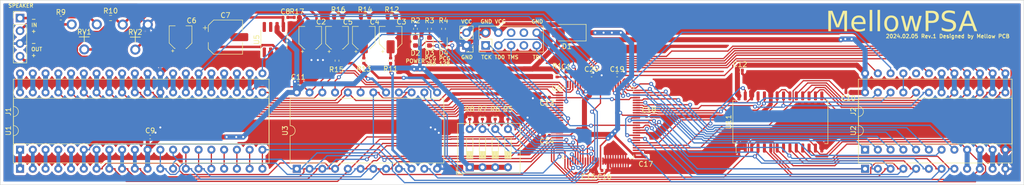
<source format=kicad_pcb>
(kicad_pcb (version 20221018) (generator pcbnew)
  (layers (0 "F.Cu" signal) (31 "B.Cu" signal) (34 "B.Paste" user) (35 "F.Paste" user) (36 "B.SilkS" user "B.Silkscreen") (37 "F.SilkS" user "F.Silkscreen") (38 "B.Mask" user) (39 "F.Mask" user) (44 "Edge.Cuts" user))
  (net 0 "")
  (net 1 "GND")
  (net 2 "/PON")
  (net 3 "Net-(C2-Pad1)")
  (net 4 "Net-(C2-Pad2)")
  (net 5 "Net-(C3-Pad1)")
  (net 6 "Net-(C3-Pad2)")
  (net 7 "Net-(C4-Pad1)")
  (net 8 "Net-(C4-Pad2)")
  (net 9 "Net-(C5-Pad1)")
  (net 10 "Net-(C5-Pad2)")
  (net 11 "Net-(U5-+)")
  (net 12 "Net-(C6-Pad2)")
  (net 13 "Net-(C7-Pad1)")
  (net 14 "/OUT+")
  (net 15 "Net-(C8-Pad2)")
  (net 16 "VCC")
  (net 17 "/V_CPLD")
  (net 18 "Net-(D2-K)")
  (net 19 "/LED1")
  (net 20 "Net-(D3-A)")
  (net 21 "/LED0")
  (net 22 "Net-(D4-A)")
  (net 23 "/A11")
  (net 24 "/A12")
  (net 25 "/A13")
  (net 26 "/A14")
  (net 27 "/A15")
  (net 28 "/{slash}CLK")
  (net 29 "/D4")
  (net 30 "/D3")
  (net 31 "/D5")
  (net 32 "/D6")
  (net 33 "/D2")
  (net 34 "/D7")
  (net 35 "/D0")
  (net 36 "/D1")
  (net 37 "/{slash}INT")
  (net 38 "/{slash}NMI")
  (net 39 "/{slash}HALT")
  (net 40 "/{slash}MREQ")
  (net 41 "/{slash}IORQ")
  (net 42 "/{slash}RD_MB")
  (net 43 "/{slash}WR")
  (net 44 "/{slash}BUSACK")
  (net 45 "/{slash}WAIT")
  (net 46 "/{slash}BUSRQ")
  (net 47 "/{slash}RESET")
  (net 48 "/{slash}M1")
  (net 49 "/{slash}RFSH")
  (net 50 "/A0")
  (net 51 "/A1")
  (net 52 "/A2")
  (net 53 "/A3")
  (net 54 "/A4")
  (net 55 "/A5")
  (net 56 "/A6")
  (net 57 "/A7")
  (net 58 "/A8")
  (net 59 "/A9")
  (net 60 "/A10")
  (net 61 "/FA7")
  (net 62 "/FA6")
  (net 63 "/FA5")
  (net 64 "/FA4")
  (net 65 "/FA3")
  (net 66 "/FA2")
  (net 67 "/FA1")
  (net 68 "/FA0")
  (net 69 "/CD0")
  (net 70 "/CD1")
  (net 71 "/CD2")
  (net 72 "/CD3")
  (net 73 "/CD4")
  (net 74 "/CD5")
  (net 75 "/CD6")
  (net 76 "/CD7")
  (net 77 "/CCS2")
  (net 78 "/FA10")
  (net 79 "/CCS1")
  (net 80 "/CCS3")
  (net 81 "/FA9")
  (net 82 "/FA8")
  (net 83 "/TCK")
  (net 84 "/TDO")
  (net 85 "/TMS")
  (net 89 "/TDI")
  (net 90 "/IN-")
  (net 91 "/IN+")
  (net 92 "/DIPSW0")
  (net 93 "/DIPSW1")
  (net 94 "/DIPSW2")
  (net 95 "/DIPSW3")
  (net 96 "Net-(R9-Pad2)")
  (net 97 "Net-(R10-Pad2)")
  (net 98 "/TO0")
  (net 99 "/TO1")
  (net 100 "/TO2")
  (net 101 "/{slash}RD")
  (net 102 "/CA7")
  (net 103 "/CA6")
  (net 104 "/CA5")
  (net 105 "/CA4")
  (net 106 "/CA3")
  (net 107 "/CA2")
  (net 108 "/CA1")
  (net 109 "/CA0")
  (net 110 "/CA10")
  (net 111 "/{slash}ROMCS")
  (net 112 "/CA9")
  (net 113 "/CA8")
  (net 114 "/TG0")
  (net 115 "/TG1")
  (net 116 "/TG2")
  (net 117 "/{slash}TCS")
  (net 118 "/{slash}RAMWR")
  (net 119 "/{slash}RAMCS")
  (footprint "Resistor_SMD:R_0402_1005Metric" (layer "F.Cu") (at 82.301 29.203 90)
    (fp_text reference "R15")
    (fp_text value "2K")
  )
  (footprint "Package_DIP:DIP-40_W15.24mm" (layer "F.Cu") (at 19.182 50.795 90)
    (fp_text reference "U1")
    (fp_text value "Z80CPU")
  )
  (footprint "LED_SMD:LED_0603_1608Metric" (layer "F.Cu") (at 97.922 25.393 -90)
    (fp_text reference "D2")
    (fp_text value "LED_PWR")
  )
  (footprint "Connector_PinHeader_2.54mm:PinHeader_1x02_P2.54mm_Vertical" (layer "F.Cu") (at 108.077 26.167 180)
    (fp_text reference "J4" hide)
    (fp_text value "PWR")
  )
  (footprint "Resistor_SMD:R_0402_1005Metric" (layer "F.Cu") (at 97.922 22.853 -90)
    (fp_text reference "R2")
    (fp_text value "1k")
  )
  (footprint "Resistor_SMD:R_0402_1005Metric" (layer "F.Cu") (at 108.717 40.381 90)
    (fp_text reference "R8")
    (fp_text value "10k")
  )
  (footprint "Button_Switch_THT:SW_DIP_SPSTx04_Slide_9.78x12.34mm_W7.62mm_P2.54mm" (layer "F.Cu") (at 108.727 50.4985 90)
    (fp_text reference "SW1" hide)
    (fp_text value "SW_DIP_x04")
  )
  (footprint "Capacitor_SMD:CP_Elec_4x5.4" (layer "F.Cu") (at 87.635 24.633 90)
    (fp_text reference "C4")
    (fp_text value "10u")
  )
  (footprint "Capacitor_SMD:C_0402_1005Metric" (layer "F.Cu") (at 45.085 44.45)
    (fp_text reference "C9")
    (fp_text value "0.1u")
  )
  (footprint "Resistor_SMD:R_0402_1005Metric" (layer "F.Cu") (at 74.3 20.569)
    (fp_text reference "R17")
    (fp_text value "10")
  )
  (footprint "Package_QFP:TQFP-100_14x14mm_P0.5mm" (layer "F.Cu") (at 134.2644 41.6052)
    (fp_text reference "U4")
    (fp_text value "EPM7128S100(TQFP)")
  )
  (footprint "Resistor_SMD:R_0402_1005Metric" (layer "F.Cu") (at 92.969 29.203 90)
    (fp_text reference "R11")
    (fp_text value "2K")
  )
  (footprint "Resistor_SMD:R_0402_1005Metric" (layer "F.Cu") (at 111.257 40.381 90)
    (fp_text reference "R7")
    (fp_text value "10k")
  )
  (footprint "Resistor_SMD:R_0603_1608Metric" (layer "F.Cu") (at 82.55 20.442)
    (fp_text reference "R16")
    (fp_text value "5.6K")
  )
  (footprint "Resistor_SMD:R_0402_1005Metric" (layer "F.Cu") (at 103.51 22.853 -90)
    (fp_text reference "R4")
    (fp_text value "1k")
  )
  (footprint "Capacitor_SMD:CP_Elec_4x5.4" (layer "F.Cu") (at 51.146 24.506 90)
    (fp_text reference "C6")
    (fp_text value "10u")
  )
  (footprint "Capacitor_SMD:C_0402_1005Metric" (layer "F.Cu") (at 124.1044 36.5252 180)
    (fp_text reference "C13")
    (fp_text value "0.1u")
  )
  (footprint "Capacitor_SMD:C_0402_1005Metric" (layer "F.Cu") (at 184.127 35.555 180)
    (fp_text reference "C10")
    (fp_text value "0.1u")
  )
  (footprint "LED_SMD:LED_0603_1608Metric" (layer "F.Cu") (at 103.51 25.393 90)
    (fp_text reference "D4")
    (fp_text value "LED_ON")
  )
  (footprint "Capacitor_SMD:C_0402_1005Metric" (layer "F.Cu") (at 138.0744 32.0802)
    (fp_text reference "C19")
    (fp_text value "0.1u")
  )
  (footprint "Capacitor_SMD:C_0402_1005Metric" (layer "F.Cu") (at 162.537 31.11)
    (fp_text reference "C12")
    (fp_text value "0.1u")
  )
  (footprint "toyoshim:RV-RM-065" (layer "F.Cu") (at 42.129 22.006 180)
    (fp_text reference "RV2")
    (fp_text value "1K")
  )
  (footprint "Resistor_SMD:R_0402_1005Metric" (layer "F.Cu") (at 126.1364 31.9532 -90)
    (fp_text reference "R1")
    (fp_text value "10k")
  )
  (footprint "Capacitor_SMD:C_0402_1005Metric" (layer "F.Cu") (at 72.014 20.569)
    (fp_text reference "C8")
    (fp_text value "0.047u")
  )
  (footprint "Capacitor_SMD:C_0402_1005Metric" (layer "F.Cu") (at 132.9944 32.0802)
    (fp_text reference "C20")
    (fp_text value "0.1u")
  )
  (footprint "Capacitor_SMD:CP_Elec_4x5.4" (layer "F.Cu") (at 92.969 24.633 90)
    (fp_text reference "C3")
    (fp_text value "10u")
  )
  (footprint "Capacitor_SMD:CP_Elec_4x5.4" (layer "F.Cu") (at 82.301 24.633 90)
    (fp_text reference "C5")
    (fp_text value "10u")
  )
  (footprint "Capacitor_SMD:C_0402_1005Metric" (layer "F.Cu") (at 74.582 33.65)
    (fp_text reference "C11")
    (fp_text value "0.1u")
  )
  (footprint "Capacitor_SMD:CP_Elec_4x5.4" (layer "F.Cu") (at 76.967 24.633 90)
    (fp_text reference "C2")
    (fp_text value "10u")
  )
  (footprint "Diode_SMD:D_SMA" (layer "F.Cu") (at 128.397 23.622 180)
    (fp_text reference "D1")
    (fp_text value "D")
  )
  (footprint "Package_SO:SOP-8_3.76x4.96mm_P1.27mm" (layer "F.Cu") (at 69.728 25.014 90)
    (fp_text reference "U5")
    (fp_text value "LM386")
  )
  (footprint "Resistor_SMD:R_0402_1005Metric" (layer "F.Cu") (at 87.635 29.203 90)
    (fp_text reference "R13")
    (fp_text value "2K")
  )
  (footprint "Capacitor_SMD:C_0402_1005Metric" (layer "F.Cu") (at 144.4244 40.3352)
    (fp_text reference "C18")
    (fp_text value "0.1u")
  )
  (footprint "Connector_PinHeader_2.54mm:PinHeader_2x05_P2.54mm_Vertical" (layer "F.Cu") (at 111.892 26.167 90)
    (fp_text reference "J3" hide)
    (fp_text value "JTAG")
  )
  (footprint "toyoshim:RV-RM-065" (layer "F.Cu") (at 31.969 21.966 180)
    (fp_text reference "RV1")
    (fp_text value "1K")
  )
  (footprint "Package_DIP:DIP-24_W15.24mm" (layer "F.Cu") (at 187.457 46.985 90)
    (fp_text reference "J2")
    (fp_text value "D2716Sock")
  )
  (footprint "Capacitor_SMD:C_0402_1005Metric" (layer "F.Cu") (at 127.9144 31.9532 -90)
    (fp_text reference "C1")
    (fp_text value "3.3u")
  )
  (footprint "Capacitor_SMD:C_0402_1005Metric" (layer "F.Cu") (at 143.7894 47.9552 90)
    (fp_text reference "C17")
    (fp_text value "0.1u")
  )
  (footprint "Resistor_SMD:R_0603_1608Metric" (layer "F.Cu") (at 93.218 20.442)
    (fp_text reference "R12")
    (fp_text value "5.6K")
  )
  (footprint "LED_SMD:LED_0603_1608Metric" (layer "F.Cu") (at 100.716 25.393 90)
    (fp_text reference "D3")
    (fp_text value "LED_256")
  )
  (footprint "toyoshim:SOIC-28W_8.4x18.7mm_P1.27mm_SRM2B256" (layer "F.Cu") (at 170.5864 41.4528 90)
    (fp_text reference "U11")
    (fp_text value "SRM2B256SLMX")
  )
  (footprint "Resistor_SMD:R_0603_1608Metric" (layer "F.Cu") (at 87.884 20.442)
    (fp_text reference "R14")
    (fp_text value "5.6K")
  )
  (footprint "Package_DIP:DIP-24_W15.24mm" (layer "F.Cu") (at 74.295 50.8 90)
    (fp_text reference "U3")
    (fp_text value "8253")
  )
  (footprint "Capacitor_SMD:C_0402_1005Metric" (layer "F.Cu") (at 124.1044 44.1452 180)
    (fp_text reference "C14")
    (fp_text value "0.1u")
  )
  (footprint "Resistor_SMD:R_0603_1608Metric" (layer "F.Cu") (at 37.211 20.696)
    (fp_text reference "R10")
    (fp_text value "5.6K")
  )
  (footprint "Capacitor_SMD:C_0402_1005Metric" (layer "F.Cu") (at 132.3594 51.1302)
    (fp_text reference "C15")
    (fp_text value "0.1u")
  )
  (footprint "Connector_PinHeader_2.54mm:PinHeader_1x04_P2.54mm_Vertical" (layer "F.Cu") (at 19.182 20.706)
    (fp_text reference "J5" hide)
    (fp_text value "SP")
  )
  (footprint "Resistor_SMD:R_0402_1005Metric" (layer "F.Cu") (at 27.305 20.701)
    (fp_text reference "R9")
    (fp_text value "2K")
  )
  (footprint "Resistor_SMD:R_0402_1005Metric" (layer "F.Cu") (at 113.797 40.381 90)
    (fp_text reference "R6")
    (fp_text value "10k")
  )
  (footprint "Package_DIP:DIP-24_W15.24mm" (layer "F.Cu") (at 187.452 50.8 90)
    (fp_text reference "U2")
    (fp_text value "D2716")
  )
  (footprint "Capacitor_SMD:C_0402_1005Metric" (layer "F.Cu") (at 135.5344 51.1302)
    (fp_text reference "C16")
    (fp_text value "0.1u")
  )
  (footprint "Resistor_SMD:R_0402_1005Metric" (layer "F.Cu") (at 100.716 22.853 -90)
    (fp_text reference "R3")
    (fp_text value "1k")
  )
  (footprint "Resistor_SMD:R_0402_1005Metric" (layer "F.Cu") (at 116.337 40.381 90)
    (fp_text reference "R5")
    (fp_text value "10k")
  )
  (footprint "Capacitor_SMD:CP_Elec_6.3x5.4" (layer "F.Cu") (at 60.076 24.506)
    (fp_text reference "C7")
    (fp_text value "220u")
  )
  (footprint "Package_DIP:DIP-40_W15.24mm" (layer "F.Cu") (at 19.182 46.985 90)
    (fp_text reference "J1")
    (fp_text value "Z80Socket")
  )
  (gr_line (start 15.24 17.145) (end 15.24 53.975) (stroke (width 0.1)) (layer "Edge.Cuts"))
  (gr_line (start 15.24 17.145) (end 139.065 17.145) (stroke (width 0.1)) (layer "Edge.Cuts"))
  (gr_line (start 15.24 53.975) (end 219.075 53.975) (stroke (width 0.1)) (layer "Edge.Cuts"))
  (gr_line (start 219.075 17.145) (end 219.075 28.575) (stroke (width 0.1)) (layer "Edge.Cuts"))
  (gr_line (start 139.065 17.145) (end 219.075 17.145) (stroke (width 0.1)) (layer "Edge.Cuts"))
  (gr_line (start 219.075 53.975) (end 219.075 28.575) (stroke (width 0.1)) (layer "Edge.Cuts"))
  (gr_text "-\nIN\n+\n\n-\nOUT\n+" (at 21.336 28.575) (layer "F.SilkS") (effects (font (size 0.75 0.75)) (justify left bottom)))
  (gr_text "2024.02.05 Rev.1 Designed by Mellow PCB" (at 191.516 24.765) (layer "F.SilkS") (effects (font (size 0.75 0.75)) (justify left bottom)))
  (gr_text "256 128" (at 99.822 30.226) (layer "F.SilkS") (effects (font (size 0.75 0.75)) (justify left bottom)))
  (gr_text "MellowPSA" (at 179.578 24.003) (layer "F.SilkS") (effects (font (size 4 4)) (justify left bottom)))
  (gr_text "SPEAKER" (at 16.764 18.669) (layer "F.SilkS") (effects (font (size 0.75 0.75)) (justify left bottom)))
  (gr_text "GND   TCK TD0 TMS     TDI" (at 106.934 28.956) (layer "F.SilkS") (effects (font (size 0.75 0.75)) (justify left bottom)))
  (gr_text "POWER" (at 95.885 29.718) (layer "F.SilkS") (effects (font (size 0.75 0.75)) (justify left bottom)))
  (gr_text "VCC   GND VCC         GND" (at 106.934 21.844) (layer "F.SilkS") (effects (font (size 0.75 0.75)) (justify left bottom)))
  (gr_text "PCG PCG" (at 99.695 29.21) (layer "F.SilkS") (effects (font (size 0.75 0.75)) (justify left bottom)))
  (segment (start 217.397 33.274) (end 217.397 44.985) (width 2) (layer "F.Cu") (net 1))
  (segment (start 162.105849 37.592) (end 163.826951 37.592) (width 0.25) (layer "F.Cu") (net 1))
  (segment (start 164.8714 36.2458) (end 164.8714 35.413718) (width 1) (layer "F.Cu") (net 1))
  (segment (start 134.2644 33.9427) (end 134.2644 33.104159) (width 0.3) (layer "F.Cu") (net 1))
  (segment (start 134.2644 49.6316) (end 134.2644 49.2677) (width 0.3) (layer "F.Cu") (net 1))
  (segment (start 71.774422 27.5515) (end 74.81 24.515922) (width 1) (layer "F.Cu") (net 1))
  (segment (start 68.551 29.239) (end 69.093 28.697) (width 1) (layer "F.Cu") (net 1))
  (segment (start 134.747 32.8552) (end 135.015441 32.8552) (width 0.3) (layer "F.Cu") (net 1))
  (segment (start 113.99442 20.322499) (end 216.791499 20.322499) (width 2) (layer "F.Cu") (net 1))
  (segment (start 136.0144 51.314586) (end 135.438786 51.8902) (width 0.5) (layer "F.Cu") (net 1))
  (segment (start 69.093 28.488759) (end 69.843241 29.239) (width 1) (layer "F.Cu") (net 1))
  (segment (start 47.122 31.745) (end 49.628 29.239) (width 1) (layer "F.Cu") (net 1))
  (segment (start 162.3314 46.6598) (end 161.516 47.4752) (width 0.75) (layer "F.Cu") (net 1))
  (segment (start 135.001 32.131) (end 134.747 32.385) (width 0.5) (layer "F.Cu") (net 1))
  (segment (start 165.741118 34.544) (end 167.811682 34.544) (width 1) (layer "F.Cu") (net 1))
  (segment (start 215.397 50.795) (end 215.392 50.8) (width 1) (layer "F.Cu") (net 1))
  (segment (start 101.854 42.9042) (end 101.854 42.926) (width 1) (layer "F.Cu") (net 1))
  (segment (start 122.8792 44.1452) (end 122.726 43.992) (width 0.5) (layer "F.Cu") (net 1))
  (segment (start 136.2644 50.8802) (end 136.0144 51.1302) (width 0.5) (layer "F.Cu") (net 1))
  (segment (start 122.052 23.627) (end 123.602 25.177) (width 1) (layer "F.Cu") (net 1))
  (segment (start 74.81 32.648) (end 75.184 33.022) (width 1) (layer "F.Cu") (net 1))
  (segment (start 212.548498 44.136498) (end 181.364702 44.136498) (width 1) (layer "F.Cu") (net 1))
  (segment (start 164.8714 36.547551) (end 164.8714 36.2458) (width 0.25) (layer "F.Cu") (net 1))
  (segment (start 145.574 43.6052) (end 148.844 40.3352) (width 0.3) (layer "F.Cu") (net 1))
  (segment (start 181.364702 44.136498) (end 178.8414 46.6598) (width 1) (layer "F.Cu") (net 1))
  (segment (start 47.117 42.545) (end 47.117 42.6237) (width 1) (layer "F.Cu") (net 1))
  (segment (start 133.4744 31.7474) (end 133.35 31.623) (width 0.5) (layer "F.Cu") (net 1))
  (segment (start 101.4948 42.545) (end 101.854 42.9042) (width 1) (layer "F.Cu") (net 1))
  (segment (start 123.6244 36.5252) (end 121.4775 36.5252) (width 0.5) (layer "F.Cu") (net 1))
  (segment (start 78.486 29.083) (end 79.502 29.083) (width 1) (layer "F.Cu") (net 1))
  (segment (start 117.7937 40.5777) (end 120.2413 40.5777) (width 0.75) (layer "F.Cu") (net 1))
  (segment (start 144.952215 40.3352) (end 144.9044 40.3352) (width 0.75) (layer "F.Cu") (net 1))
  (segment (start 215.397 46.985) (end 212.548498 44.136498) (width 1) (layer "F.Cu") (net 1))
  (segment (start 74.81 29.083) (end 77.216 29.083) (width 1) (layer "F.Cu") (net 1))
  (segment (start 74.81 24.515922) (end 74.81 23.749) (width 1) (layer "F.Cu") (net 1))
  (segment (start 101.854 42.926) (end 101.8758 42.926) (width 1) (layer "F.Cu") (net 1))
  (segment (start 74.81 23.749) (end 74.81 20.569) (width 1) (layer "F.Cu") (net 1))
  (segment (start 69.093 28.697) (end 69.093 27.5515) (width 1) (layer "F.Cu") (net 1))
  (segment (start 123.602 26.809032) (end 122.694032 27.717) (width 1) (layer "F.Cu") (net 1))
  (segment (start 134.0394 50.149439) (end 134.0394 49.2677) (width 0.75) (layer "F.Cu") (net 1))
  (segment (start 163.017 31.11) (end 163.017 31.819882) (width 0.5) (layer "F.Cu") (net 1))
  (segment (start 135.015441 32.8552) (end 135.2644 33.104159) (width 0.3) (layer "F.Cu") (net 1))
  (segment (start 140.2644 49.2677) (end 135.6277 49.2677) (width 1) (layer "F.Cu") (net 1))
  (segment (start 160.619049 36.1052) (end 162.105849 37.592) (width 0.25) (layer "F.Cu") (net 1))
  (segment (start 47.117 42.6237) (end 46.1571 43.5836) (width 1) (layer "F.Cu") (net 1))
  (segment (start 143.4194 47.1052) (end 143.7894 47.4752) (width 0.25) (layer "F.Cu") (net 1))
  (segment (start 184.321944 32.385) (end 171.710118 32.385) (width 1) (layer "F.Cu") (net 1))
  (segment (start 178.8414 45.827718) (end 177.174481 44.160799) (width 1) (layer "F.Cu") (net 1))
  (segment (start 141.9269 36.1052) (end 160.619049 36.1052) (width 0.25) (layer "F.Cu") (net 1))
  (segment (start 71.633 27.5515) (end 71.774422 27.5515) (width 1) (layer "F.Cu") (net 1))
  (segment (start 135.2644 49.2677) (end 135.7644 49.2677) (width 0.3) (layer "F.Cu") (net 1))
  (segment (start 183.647 34.837944) (end 185.210944 33.274) (width 0.5) (layer "F.Cu") (net 1))
  (segment (start 139.253318 31.381282) (end 139.440634 31.381282) (width 0.5) (layer "F.Cu") (net 1))
  (segment (start 134.2644 49.0474) (end 134.2644 49.2677) (width 0.3) (layer "F.Cu") (net 1))
  (segment (start 145.818956 40.275763) (end 145.011652 40.275763) (width 0.75) (layer "F.Cu") (net 1))
  (segment (start 135.2644 33.104159) (end 135.2644 33.9427) (width 0.3) (layer "F.Cu") (net 1))
  (segment (start 69.843241 29.239) (end 70.882759 29.239) (width 1) (layer "F.Cu") (net 1))
  (segment (start 217.397 44.985) (end 215.397 46.985) (width 2) (layer "F.Cu") (net 1))
  (segment (start 100.965 42.545) (end 101.4948 42.545) (width 1) (layer "F.Cu") (net 1))
  (segment (start 162.3314 46.6598) (end 163.5273 46.6598) (width 0.75) (layer "F.Cu") (net 1))
  (segment (start 97.917 21.463) (end 97.917 22.225) (width 1) (layer "F.Cu") (net 1))
  (segment (start 121.4775 36.5252) (end 121.2986 36.7041) (width 0.5) (layer "F.Cu") (net 1))
  (segment (start 167.811682 34.544) (end 168.6814 35.413718) (width 1) (layer "F.Cu") (net 1))
  (segment (start 168.6814 36.2458) (end 168.6814 37.942707) (width 0.75) (layer "F.Cu") (net 1))
  (segment (start 130.7644 33.9427) (end 130.7644 34.76) (width 0.25) (layer "F.Cu") (net 1))
  (segment (start 134.513359 32.8552) (end 134.747 32.8552) (width 0.3) (layer "F.Cu") (net 1))
  (segment (start 183.647 35.555) (end 183.647 34.837944) (width 0.5) (layer "F.Cu") (net 1))
  (segment (start 45.565 44.1757) (end 46.1571 43.5836) (width 0.75) (layer "F.Cu") (net 1))
  (segment (start 215.397 46.985) (end 215.397 50.795) (width 1) (layer "F.Cu") (net 1))
  (segment (start 74.81 29.083) (end 74.81 32.648) (width 1) (layer "F.Cu") (net 1))
  (segment (start 108.077 26.167) (end 110.617 23.627) (width 1) (layer "F.Cu") (net 1))
  (segment (start 161.516 47.4752) (end 143.7894 47.4752) (width 0.75) (layer "F.Cu") (net 1))
  (segment (start 136.0144 51.1302) (end 136.0144 51.314586) (width 0.5) (layer "F.Cu") (net 1))
  (segment (start 145.878393 40.3352) (end 145.818956 40.275763) (width 0.75) (layer "F.Cu") (net 1))
  (segment (start 133.5994 51.8902) (end 132.8394 51.1302) (width 0.5) (layer "F.Cu") (net 1))
  (segment (start 133.058639 51.1302) (end 134.0394 50.149439) (width 0.75) (layer "F.Cu") (net 1))
  (segment (start 138.5544 32.0802) (end 139.253318 31.381282) (width 0.5) (layer "F.Cu") (net 1))
  (segment (start 120.2688 40.6052) (end 126.6019 40.6052) (width 0.25) (layer "F.Cu") (net 1))
  (segment (start 129.4897 51.838) (end 128.2644 50.6127) (width 0.25) (layer "F.Cu") (net 1))
  (segment (start 163.017 31.819882) (end 165.741118 34.544) (width 0.5) (layer "F.Cu") (net 1))
  (segment (start 127.9144 30.6731) (end 127.9144 31.4732) (width 0.25) (layer "F.Cu") (net 1))
  (segment (start 216.791499 20.322499) (end 217.397 20.928) (width 2) (layer "F.Cu") (net 1))
  (segment (start 133.7644 49.4364) (end 134.112 49.784) (width 0.3) (layer "F.Cu") (net 1))
  (segment (start 128.2644 50.6127) (end 128.2644 49.2677) (width 0.25) (layer "F.Cu") (net 1))
  (segment (start 131.346677 35.342277) (end 131.850488 35.342277) (width 0.25) (layer "F.Cu") (net 1))
  (segment (start 123.6244 44.1452) (end 122.8792 44.1452) (width 0.5) (layer "F.Cu") (net 1))
  (segment (start 133.985 48.768) (end 134.2644 49.0474) (width 0.3) (layer "F.Cu") (net 1))
  (segment (start 148.844 40.3352) (end 145.878393 40.3352) (width 0.75) (layer "F.Cu") (net 1))
  (segment (start 134.112 49.784) (end 134.2644 49.6316) (width 0.3) (layer "F.Cu") (net 1))
  (segment (start 217.397 20.928) (end 217.397 33.274) (width 2) (layer "F.Cu") (net 1))
  (segment (start 74.81 23.749) (end 74.81 29.083) (width 1) (layer "F.Cu") (net 1))
  (segment (start 136.0144 51.1302) (end 136.0144 51.2152) (width 0.25) (layer "F.Cu") (net 1))
  (segment (start 122.694032 27.717) (end 109.627 27.717) (width 1) (layer "F.Cu") (net 1))
  (segment (start 136.2644 49.2677) (end 136.2644 50.8802) (width 0.5) (layer "F.Cu") (net 1))
  (segment (start 77.216 29.083) (end 78.486 29.083) (width 1) (layer "F.Cu") (net 1))
  (segment (start 102.5663 43.6165) (end 104.490632 43.6165) (width 1) (layer "F.Cu") (net 1))
  (segment (start 133.2644 32.2902) (end 133.2644 33.9427) (width 0.25) (layer "F.Cu") (net 1))
  (segment (start 71.633 28.488759) (end 71.633 27.5515) (width 1) (layer "F.Cu") (net 1))
  (segment (start 116.337 39.871) (end 117.087 39.871) (width 0.75) (layer "F.Cu") (net 1))
  (segment (start 130.7644 34.76) (end 131.346677 35.342277) (width 0.25) (layer "F.Cu") (net 1))
  (segment (start 70.882759 29.239) (end 71.633 28.488759) (width 1) (layer "F.Cu") (net 1))
  (segment (start 132.1972 51.838) (end 129.4897 51.838) (width 0.25) (layer "F.Cu") (net 1))
  (segment (start 117.087 39.871) (end 117.7937 40.5777) (width 0.75) (layer "F.Cu") (net 1))
  (segment (start 111.892 22.424919) (end 113.99442 20.322499) (width 2) (layer "F.Cu") (net 1))
  (segment (start 166.288907 40.3352) (end 148.844 40.3352) (width 0.75) (layer "F.Cu") (net 1))
  (segment (start 135.438786 51.8902) (end 133.5994 51.8902) (width 0.5) (layer "F.Cu") (net 1))
  (segment (start 133.7644 49.2677) (end 133.7644 49.4364) (width 0.3) (layer "F.Cu") (net 1))
  (segment (start 133.7644 49.2677) (end 133.7644 48.9886) (width 0.3) (layer "F.Cu") (net 1))
  (segment (start 132.8394 51.1958) (end 132.8394 51.1302) (width 0.25) (layer "F.Cu") (net 1))
  (segment (start 185.210944 33.274) (end 184.321944 32.385) (width 1) (layer "F.Cu") (net 1))
  (segment (start 140.4119 49.4152) (end 159.576 49.4152) (width 1) (layer "F.Cu") (net 1))
  (segment (start 171.710118 32.385) (end 168.6814 35.413718) (width 1) (layer "F.Cu") (net 1))
  (segment (start 123.602 25.177) (end 123.602 26.809032) (width 1) (layer "F.Cu") (net 1))
  (segment (start 217.397 33.274) (end 185.210944 33.274) (width 1) (layer "F.Cu") (net 1))
  (segment (start 45.565 44.45) (end 45.565 44.1757) (width 0.75) (layer "F.Cu") (net 1))
  (segment (start 101.8758 42.926) (end 102.5663 43.6165) (width 1) (layer "F.Cu") (net 1))
  (segment (start 177.174481 44.160799) (end 164.631218 44.160799) (width 1) (layer "F.Cu") (net 1))
  (segment (start 104.490632 43.6165) (end 108.236132 39.871) (width 1) (layer "F.Cu") (net 1))
  (segment (start 133.4744 32.0802) (end 133.2644 32.2902) (width 0.25) (layer "F.Cu") (net 1))
  (segment (start 110.617 23.627) (end 111.892 23.627) (width 1) (layer "F.Cu") (net 1))
  (segment (start 69.093 27.5515) (end 69.093 28.488759) (width 1) (layer "F.Cu") (net 1))
  (segment (start 140.2644 49.2677) (end 140.4119 49.4152) (width 1) (layer "F.Cu") (net 1))
  (segment (start 111.892 23.627) (end 111.892 22.424919) (width 2) (layer "F.Cu") (net 1))
  (segment (start 134.2644 33.104159) (end 134.513359 32.8552) (width 0.3) (layer "F.Cu") (net 1))
  (segment (start 134.2644 49.2677) (end 133.7644 49.2677) (width 0.3) (layer "F.Cu") (net 1))
  (segment (start 49.628 29.239) (end 68.551 29.239) (width 1) (layer "F.Cu") (net 1))
  (segment (start 145.011652 40.275763) (end 144.952215 40.3352) (width 0.75) (layer "F.Cu") (net 1))
  (segment (start 141.9269 43.6052) (end 145.574 43.6052) (width 0.3) (layer "F.Cu") (net 1))
  (segment (start 178.8414 46.6598) (end 178.8414 45.827718) (width 1) (layer "F.Cu") (net 1))
  (segment (start 164.631218 44.160799) (end 162.3314 46.460617) (width 1) (layer "F.Cu") (net 1))
  (segment (start 132.8394 51.1958) (end 132.1972 51.838) (width 0.25) (layer "F.Cu") (net 1))
  (segment (start 162.3314 46.460617) (end 162.3314 46.6598) (width 1) (layer "F.Cu") (net 1))
  (segment (start 109.627 27.717) (end 108.077 26.167) (width 1) (layer "F.Cu") (net 1))
  (segment (start 163.826951 37.592) (end 164.8714 36.547551) (width 0.25) (layer "F.Cu") (net 1))
  (segment (start 47.117 42.545) (end 100.965 42.545) (width 1) (layer "F.Cu") (net 1))
  (segment (start 120.2413 40.5777) (end 120.2688 40.6052) (width 0.25) (layer "F.Cu") (net 1))
  (segment (start 141.9269 47.1052) (end 143.4194 47.1052) (width 0.25) (layer "F.Cu") (net 1))
  (segment (start 132.8394 51.1302) (end 133.058639 51.1302) (width 0.75) (layer "F.Cu") (net 1))
  (segment (start 168.6814 37.942707) (end 166.288907 40.3352) (width 0.75) (layer "F.Cu") (net 1))
  (segment (start 108.236132 39.871) (end 116.337 39.871) (width 1) (layer "F.Cu") (net 1))
  (segment (start 134.747 32.8552) (end 134.747 32.385) (width 0.3) (layer "F.Cu") (net 1))
  (segment (start 168.6814 35.413718) (end 168.6814 36.2458) (width 1) (layer "F.Cu") (net 1))
  (segment (start 164.8714 35.413718) (end 165.741118 34.544) (width 1) (layer "F.Cu") (net 1))
  (segment (start 133.7644 48.9886) (end 133.985 48.768) (width 0.3) (layer "F.Cu") (net 1))
  (segment (start 133.4744 32.0802) (end 133.4744 31.7474) (width 0.5) (layer "F.Cu") (net 1))
  (segment (start 159.576 49.4152) (end 162.3314 46.6598) (width 1) (layer "F.Cu") (net 1))
  (via (at 121.2986 36.7041) (size 0.8) (drill 0.4) (layers "F.Cu" "B.Cu") (net 1))
  (via (at 46.1571 43.5836) (size 0.8) (drill 0.4) (layers "F.Cu" "B.Cu") (net 1))
  (via (at 139.440634 31.381282) (size 0.8) (drill 0.4) (layers "F.Cu" "B.Cu") (net 1))
  (via (at 100.965 42.545) (size 0.8) (drill 0.4) (layers "F.Cu" "B.Cu") (net 1))
  (via (at 122.726 43.992) (size 0.8) (drill 0.4) (layers "F.Cu" "B.Cu") (net 1))
  (via (at 120.2413 40.5777) (size 0.8) (drill 0.4) (layers "F.Cu" "B.Cu") (net 1))
  (via (at 135.001 32.131) (size 0.8) (drill 0.4) (layers "F.Cu" "B.Cu") (net 1))
  (via (at 131.850488 35.342277) (size 0.8) (drill 0.4) (layers "F.Cu" "B.Cu") (net 1))
  (via (at 102.5663 43.6165) (size 0.8) (drill 0.4) (layers "F.Cu" "B.Cu") (net 1))
  (via (at 133.35 31.623) (size 0.8) (drill 0.4) (layers "F.Cu" "B.Cu") (net 1))
  (via (at 47.117 42.545) (size 0.8) (drill 0.4) (layers "F.Cu" "B.Cu") (net 1))
  (via (at 79.502 29.083) (size 0.8) (drill 0.4) (layers "F.Cu" "B.Cu") (net 1))
  (via (at 101.854 42.926) (size 0.8) (drill 0.4) (layers "F.Cu" "B.Cu") (net 1))
  (via (at 97.917 22.225) (size 0.8) (drill 0.4) (layers "F.Cu" "B.Cu") (net 1))
  (via (at 128.0019 30.5856) (size 0.8) (drill 0.4) (layers "F.Cu" "B.Cu") (net 1))
  (via (at 78.486 29.083) (size 0.8) (drill 0.4) (layers "F.Cu" "B.Cu") (net 1))
  (via (at 77.216 29.083) (size 0.8) (drill 0.4) (layers "F.Cu" "B.Cu") (net 1))
  (via (at 97.917 21.463) (size 0.8) (drill 0.4) (layers "F.Cu" "B.Cu") (net 1))
  (segment (start 135.128 32.004) (end 135.128 31.706458) (width 0.5) (layer "B.Cu") (net 1))
  (segment (start 120.2413 40.5777) (end 122.682 43.0184) (width 1) (layer "B.Cu") (net 1))
  (segment (start 132.08 31.623) (end 129.0393 31.623) (width 1) (layer "B.Cu") (net 1))
  (segment (start 121.2986 36.7041) (end 120.269 37.7337) (width 1) (layer "B.Cu") (net 1))
  (segment (start 108.077 26.167) (end 118.6141 36.7041) (width 1) (layer "B.Cu") (net 1))
  (segment (start 47.117 42.545) (end 47.122 42.55) (width 1) (layer "B.Cu") (net 1))
  (segment (start 120.269 40.55) (end 120.2413 40.5777) (width 1) (layer "B.Cu") (net 1))
  (segment (start 77.216 29.083) (end 79.502 29.083) (width 1) (layer "B.Cu") (net 1))
  (segment (start 128.0019 29.239774) (end 128.0019 30.5856) (width 1) (layer "B.Cu") (net 1))
  (segment (start 47.122 35.555) (end 47.122 42.54) (width 1) (layer "B.Cu") (net 1))
  (segment (start 132.08 31.623) (end 132.08 35.112765) (width 0.25) (layer "B.Cu") (net 1))
  (segment (start 97.917 23.114) (end 105.024 23.114) (width 1) (layer "B.Cu") (net 1))
  (segment (start 102.235 50.8) (end 102.616 50.419) (width 1) (layer "B.Cu") (net 1))
  (segment (start 118.6141 36.7041) (end 121.2986 36.7041) (width 1) (layer "B.Cu") (net 1))
  (segment (start 19.182 25.786) (end 20.032 24.936) (width 1) (layer "B.Cu") (net 1))
  (segment (start 97.917 23.114) (end 97.917 22.225) (width 1) (layer "B.Cu") (net 1))
  (segment (start 215.392 46.99) (end 215.397 46.985) (width 1) (layer "B.Cu") (net 1))
  (segment (start 47.122 42.55) (end 47.122 42.6187) (width 1) (layer "B.Cu") (net 1))
  (segment (start 133.35 31.623) (end 132.08 31.623) (width 1) (layer "B.Cu") (net 1))
  (segment (start 102.616 43.6662) (end 102.5663 43.6165) (width 1) (layer "B.Cu") (net 1))
  (segment (start 79.502 29.083) (end 85.471 23.114) (width 1) (layer "B.Cu") (net 1))
  (segment (start 122.682 43.0184) (end 122.682 43.948) (width 0.75) (layer "B.Cu") (net 1))
  (segment (start 47.122 35.555) (end 47.122 31.745) (width 1) (layer "B.Cu") (net 1))
  (segment (start 20.032 24.936) (end 41.699 24.936) (width 1) (layer "B.Cu") (net 1))
  (segment (start 132.08 35.112765) (end 131.850488 35.342277) (width 0.25) (layer "B.Cu") (net 1))
  (segment (start 139.115458 31.706458) (end 139.440634 31.381282) (width 1) (layer "B.Cu") (net 1))
  (segment (start 90.551 23.114) (end 97.917 23.114) (width 1) (layer "B.Cu") (net 1))
  (segment (start 135.128 31.706458) (end 139.115458 31.706458) (width 1) (layer "B.Cu") (net 1))
  (segment (start 101.4948 42.545) (end 102.5663 43.6165) (width 1) (layer "B.Cu") (net 1))
  (segment (start 135.128 31.706458) (end 133.433458 31.706458) (width 1) (layer "B.Cu") (net 1))
  (segment (start 122.389126 23.627) (end 128.0019 29.239774) (width 1) (layer "B.Cu") (net 1))
  (segment (start 85.471 23.114) (end 90.551 23.114) (width 1) (layer "B.Cu") (net 1))
  (segment (start 135.001 32.131) (end 135.128 32.004) (width 0.5) (layer "B.Cu") (net 1))
  (segment (start 47.122 42.6187) (end 46.1571 43.5836) (width 1) (layer "B.Cu") (net 1))
  (segment (start 44.629 29.252) (end 47.122 31.745) (width 1) (layer "B.Cu") (net 1))
  (segment (start 105.024 23.114) (end 108.077 26.167) (width 1) (layer "B.Cu") (net 1))
  (segment (start 44.629 22.006) (end 44.629 29.252) (width 1) (layer "B.Cu") (net 1))
  (segment (start 129.0393 31.623) (end 128.0019 30.5856) (width 1) (layer "B.Cu") (net 1))
  (segment (start 122.052 23.627) (end 122.389126 23.627) (width 1) (layer "B.Cu") (net 1))
  (segment (start 47.122 42.54) (end 47.117 42.545) (width 1) (layer "B.Cu") (net 1))
  (segment (start 215.392 50.8) (end 215.392 46.99) (width 1) (layer "B.Cu") (net 1))
  (segment (start 100.965 42.545) (end 101.4948 42.545) (width 1) (layer "B.Cu") (net 1))
  (segment (start 97.917 22.225) (end 97.917 21.463) (width 1) (layer "B.Cu") (net 1))
  (segment (start 41.699 24.936) (end 44.629 22.006) (width 1) (layer "B.Cu") (net 1))
  (segment (start 122.682 43.948) (end 122.726 43.992) (width 0.75) (layer "B.Cu") (net 1))
  (segment (start 102.616 50.419) (end 102.616 43.6662) (width 1) (layer "B.Cu") (net 1))
  (segment (start 120.269 37.7337) (end 120.269 40.55) (width 1) (layer "B.Cu") (net 1))
  (segment (start 127.9144 33.5927) (end 127.9144 32.4632) (width 0.25) (layer "F.Cu") (net 2))
  (segment (start 128.2644 33.9427) (end 127.9144 33.5927) (width 0.25) (layer "F.Cu") (net 2))
  (segment (start 127.9144 32.4632) (end 126.1364 32.4632) (width 0.25) (layer "F.Cu") (net 2))
  (segment (start 127.9144 32.4632) (end 127.9144 32.4332) (width 0.25) (layer "F.Cu") (net 2))
  (segment (start 78.217 20.331756) (end 76.743743 18.858499) (width 0.5) (layer "F.Cu") (net 3))
  (segment (start 41.591499 21.935257) (end 41.591499 22.094111) (width 0.5) (layer "F.Cu") (net 3))
  (segment (start 76.743743 18.858499) (end 44.668257 18.858499) (width 0.5) (layer "F.Cu") (net 3))
  (segment (start 78.217 25.183) (end 78.217 20.331756) (width 0.5) (layer "F.Cu") (net 3))
  (segment (start 36.71961 26.966) (end 31.969 26.966) (width 0.5) (layer "F.Cu") (net 3))
  (segment (start 44.668257 18.858499) (end 41.591499 21.935257) (width 0.5) (layer "F.Cu") (net 3))
  (segment (start 41.591499 22.094111) (end 36.71961 26.966) (width 0.5) (layer "F.Cu") (net 3))
  (segment (start 76.967 26.433) (end 78.217 25.183) (width 0.5) (layer "F.Cu") (net 3))
  (segment (start 30.48 26.40439) (end 33.38939 23.495) (width 0.5) (layer "F.Cu") (net 4))
  (segment (start 76.967 22.833) (end 76.967 21.382497) (width 0.5) (layer "F.Cu") (net 4))
  (segment (start 76.967 21.382497) (end 75.142503 19.558) (width 0.5) (layer "F.Cu") (net 4))
  (segment (start 42.291 22.225) (end 42.291 22.383854) (width 0.5) (layer "F.Cu") (net 4))
  (segment (start 36.452 22.03361) (end 36.452 20.696) (width 0.5) (layer "F.Cu") (net 4))
  (segment (start 34.99061 23.495) (end 36.452 22.03361) (width 0.5) (layer "F.Cu") (net 4))
  (segment (start 31.40039 28.448) (end 30.48 27.52761) (width 0.5) (layer "F.Cu") (net 4))
  (segment (start 44.958 19.558) (end 42.291 22.225) (width 0.5) (layer "F.Cu") (net 4))
  (segment (start 30.48 27.52761) (end 30.48 26.40439) (width 0.5) (layer "F.Cu") (net 4))
  (segment (start 42.291 22.383854) (end 36.226854 28.448) (width 0.5) (layer "F.Cu") (net 4))
  (segment (start 36.226854 28.448) (end 31.40039 28.448) (width 0.5) (layer "F.Cu") (net 4))
  (segment (start 75.142503 19.558) (end 44.958 19.558) (width 0.5) (layer "F.Cu") (net 4))
  (segment (start 33.38939 23.495) (end 34.99061 23.495) (width 0.5) (layer "F.Cu") (net 4))
  (segment (start 92.969 26.433) (end 92.969 28.693) (width 0.5) (layer "F.Cu") (net 5))
  (segment (start 92.459 20.442) (end 92.459 22.323) (width 0.5) (layer "F.Cu") (net 6))
  (segment (start 92.969 22.833) (end 92.459 22.323) (width 0.25) (layer "F.Cu") (net 6))
  (segment (start 87.635 26.433) (end 87.635 28.693) (width 0.5) (layer "F.Cu") (net 7))
  (segment (start 87.125 20.442) (end 87.125 22.323) (width 0.5) (layer "F.Cu") (net 8))
  (segment (start 87.635 22.833) (end 87.125 22.323) (width 0.25) (layer "F.Cu") (net 8))
  (segment (start 82.301 26.433) (end 82.301 28.693) (width 0.5) (layer "F.Cu") (net 9))
  (segment (start 81.791 20.442) (end 81.791 22.323) (width 0.5) (layer "F.Cu") (net 10))
  (segment (start 82.301 22.833) (end 81.791 22.323) (width 0.25) (layer "F.Cu") (net 10))
  (segment (start 51.295501 26.455501) (end 67.065293 26.455501) (width 0.5) (layer "F.Cu") (net 11))
  (segment (start 67.406794 26.114) (end 69.509206 26.114) (width 0.5) (layer "F.Cu") (net 11))
  (segment (start 69.509206 26.114) (end 70.363 26.967794) (width 0.5) (layer "F.Cu") (net 11))
  (segment (start 70.363 27.5515) (end 70.363 27.1409) (width 0.25) (layer "F.Cu") (net 11))
  (segment (start 51.170501 26.330501) (end 51.146 26.306) (width 0.25) (layer "F.Cu") (net 11))
  (segment (start 51.146 26.306) (end 51.295501 26.455501) (width 0.5) (layer "F.Cu") (net 11))
  (segment (start 67.065293 26.455501) (end 67.406794 26.114) (width 0.5) (layer "F.Cu") (net 11))
  (segment (start 70.363 26.967794) (end 70.363 27.5515) (width 0.5) (layer "F.Cu") (net 11))
  (segment (start 42.129 27.006) (end 46.429 22.706) (width 0.5) (layer "F.Cu") (net 12))
  (segment (start 46.429 22.706) (end 51.146 22.706) (width 0.5) (layer "F.Cu") (net 12))
  (segment (start 61.213 20.569) (end 71.534 20.569) (width 0.5) (layer "F.Cu") (net 13))
  (segment (start 57.276 24.506) (end 61.213 20.569) (width 0.5) (layer "F.Cu") (net 13))
  (segment (start 71.534 20.569) (end 71.534 22.3775) (width 0.5) (layer "F.Cu") (net 13))
  (segment (start 71.534 22.3775) (end 71.633 22.4765) (width 0.5) (layer "F.Cu") (net 13))
  (segment (start 53.185949 25.756) (end 51.985949 24.556) (width 0.5) (layer "F.Cu") (net 14))
  (segment (start 59.065949 25.756) (end 53.185949 25.756) (width 0.5) (layer "F.Cu") (net 14))
  (segment (start 51.985949 24.556) (end 47.326 24.556) (width 0.5) (layer "F.Cu") (net 14))
  (segment (start 20.032 29.176) (end 19.182 28.326) (width 0.5) (layer "F.Cu") (net 14))
  (segment (start 62.876 24.506) (end 60.315949 24.506) (width 0.5) (layer "F.Cu") (net 14))
  (segment (start 60.315949 24.506) (end 59.065949 25.756) (width 0.5) (layer "F.Cu") (net 14))
  (segment (start 42.706 29.176) (end 20.032 29.176) (width 0.5) (layer "F.Cu") (net 14))
  (segment (start 47.326 24.556) (end 42.706 29.176) (width 0.5) (layer "F.Cu") (net 14))
  (segment (start 72.494 20.569) (end 73.79 20.569) (width 0.5) (layer "F.Cu") (net 15))
  (segment (start 125.5542 30.861) (end 126.1364 31.4432) (width 1) (layer "F.Cu") (net 16))
  (segment (start 162.037 35.9514) (end 162.037 30.592061) (width 1) (layer "F.Cu") (net 16))
  (segment (start 99.695 30.861) (end 119.550032 30.861) (width 1) (layer "F.Cu") (net 16))
  (segment (start 121.246383 30.861) (end 126.397 25.710383) (width 1) (layer "F.Cu") (net 16))
  (segment (start 44.605 44.45) (end 44.605 46.962) (width 0.75) (layer "F.Cu") (net 16))
  (segment (start 133.02 25.222) (end 133.217385 25.024615) (width 1) (layer "F.Cu") (net 16))
  (segment (start 184.632 35.56) (end 184.627 35.555) (width 1) (layer "F.Cu") (net 16))
  (segment (start 60.325 44.45) (end 62.23 44.45) (width 1) (layer "F.Cu") (net 16))
  (segment (start 70.363 23.413759) (end 72.211388 25.262147) (width 1) (layer "F.Cu") (net 16))
  (segment (start 97.663 30.861) (end 99.695 30.861) (width 1) (layer "F.Cu") (net 16))
  (segment (start 72.211388 25.262147) (end 72.367424 25.262147) (width 1) (layer "F.Cu") (net 16))
  (segment (start 73.914 33.462) (end 74.102 33.65) (width 0.75) (layer "F.Cu") (net 16))
  (segment (start 44.605 46.962) (end 44.582 46.985) (width 0.75) (layer "F.Cu") (net 16))
  (segment (start 162.057 31.11) (end 162.057 31.0668) (width 0.25) (layer "F.Cu") (net 16))
  (segment (start 127.997 25.222) (end 133.02 25.222) (width 1) (layer "F.Cu") (net 16))
  (segment (start 126.397 25.710383) (end 126.397 23.622) (width 1) (layer "F.Cu") (net 16))
  (segment (start 116.347 50.4985) (end 108.727 50.4985) (width 1) (layer "F.Cu") (net 16))
  (segment (start 162.529061 30.1) (end 185.812 30.1) (width 1) (layer "F.Cu") (net 16))
  (segment (start 162.3314 36.2458) (end 162.037 35.9514) (width 1) (layer "F.Cu") (net 16))
  (segment (start 103.51 22.343) (end 100.716 22.343) (width 0.75) (layer "F.Cu") (net 16))
  (segment (start 47.117 44.45) (end 60.325 44.45) (width 1) (layer "F.Cu") (net 16))
  (segment (start 70.363 22.4765) (end 70.363 23.413759) (width 1) (layer "F.Cu") (net 16))
  (segment (start 162.037 30.592061) (end 162.529061 30.1) (width 1) (layer "F.Cu") (net 16))
  (segment (start 100.411908 22.343) (end 99.1011 23.653808) (width 0.75) (layer "F.Cu") (net 16))
  (segment (start 62.23 44.45) (end 63.6132 44.45) (width 1) (layer "F.Cu") (net 16))
  (segment (start 119.550032 30.861) (end 125.5542 30.861) (width 1) (layer "F.Cu") (net 16))
  (segment (start 44.582 46.985) (end 47.117 44.45) (width 1) (layer "F.Cu") (net 16))
  (segment (start 126.397 23.622) (end 127.997 25.222) (width 1) (layer "F.Cu") (net 16))
  (segment (start 133.217385 25.024615) (end 182.643406 25.024615) (width 1) (layer "F.Cu") (net 16))
  (segment (start 119.550032 30.861) (end 121.246383 30.861) (width 1) (layer "F.Cu") (net 16))
  (segment (start 73.914 33.401) (end 73.914 33.462) (width 0.75) (layer "F.Cu") (net 16))
  (segment (start 187.452 35.56) (end 184.632 35.56) (width 1) (layer "F.Cu") (net 16))
  (segment (start 182.776021 24.892) (end 182.643406 25.024615) (width 1) (layer "F.Cu") (net 16))
  (segment (start 185.812 30.1) (end 187.457 31.745) (width 1) (layer "F.Cu") (net 16))
  (segment (start 162.057 31.0668) (end 162.6766 30.4472) (width 0.25) (layer "F.Cu") (net 16))
  (segment (start 184.785 24.892) (end 182.776021 24.892) (width 1) (layer "F.Cu") (net 16))
  (segment (start 99.1011 23.653808) (end 99.1011 24.7397) (width 0.75) (layer "F.Cu") (net 16))
  (segment (start 100.716 22.343) (end 100.411908 22.343) (width 0.75) (layer "F.Cu") (net 16))
  (via (at 97.663 30.861) (size 0.8) (drill 0.4) (layers "F.Cu" "B.Cu") (net 16))
  (via (at 99.695 30.861) (size 0.8) (drill 0.4) (layers "F.Cu" "B.Cu") (net 16))
  (via (at 183.515 24.892) (size 0.8) (drill 0.4) (layers "F.Cu" "B.Cu") (net 16))
  (via (at 73.914 33.401) (size 0.8) (drill 0.4) (layers "F.Cu" "B.Cu") (net 16))
  (via (at 72.367424 25.262147) (size 0.8) (drill 0.4) (layers "F.Cu" "B.Cu") (net 16))
  (via (at 62.23 44.45) (size 0.8) (drill 0.4) (layers "F.Cu" "B.Cu") (net 16))
  (via (at 182.643406 25.024615) (size 0.8) (drill 0.4) (layers "F.Cu" "B.Cu") (net 16))
  (via (at 98.806 30.861) (size 0.8) (drill 0.4) (layers "F.Cu" "B.Cu") (net 16))
  (via (at 60.325 44.45) (size 0.8) (drill 0.4) (layers "F.Cu" "B.Cu") (net 16))
  (via (at 63.6132 44.45) (size 0.8) (drill 0.4) (layers "F.Cu" "B.Cu") (net 16))
  (via (at 99.1011 24.7397) (size 0.8) (drill 0.4) (layers "F.Cu" "B.Cu") (net 16))
  (via (at 184.785 24.892) (size 0.8) (drill 0.4) (layers "F.Cu" "B.Cu") (net 16))
  (segment (start 72.5032 35.56) (end 74.295 35.56) (width 1) (layer "B.Cu") (net 16))
  (segment (start 73.914 35.179) (end 74.295 35.56) (width 0.75) (layer "B.Cu") (net 16))
  (segment (start 183.515 24.892) (end 182.776021 24.892) (width 1) (layer "B.Cu") (net 16))
  (segment (start 44.582 50.795) (end 44.582 46.985) (width 1) (layer "B.Cu") (net 16))
  (segment (start 76.016499 33.838501) (end 85.71385 33.838501) (width 1) (layer "B.Cu") (net 16))
  (segment (start 60.325 44.45) (end 63.6132 44.45) (width 1) (layer "B.Cu") (net 16))
  (segment (start 72.367424 25.262147) (end 74.295 27.189723) (width 1) (layer "B.Cu") (net 16))
  (segment (start 98.806 30.861) (end 98.894187 30.772813) (width 1) (layer "B.Cu") (net 16))
  (segment (start 185.293 24.892) (end 184.785 24.892) (width 1) (layer "B.Cu") (net 16))
  (segment (start 99.569134 30.772813) (end 99.657321 30.861) (width 1) (layer "B.Cu") (net 16))
  (segment (start 99.657321 30.861) (end 99.695 30.861) (width 1) (layer "B.Cu") (net 16))
  (segment (start 187.452 35.56) (end 187.452 31.75) (width 1) (layer "B.Cu") (net 16))
  (segment (start 107.061 48.8325) (end 108.727 50.4985) (width 1) (layer "B.Cu") (net 16))
  (segment (start 98.717813 30.772813) (end 98.806 30.861) (width 1) (layer "B.Cu") (net 16))
  (segment (start 99.695 30.898679) (end 107.061 38.264679) (width 1) (layer "B.Cu") (net 16))
  (segment (start 187.457 27.056) (end 185.293 24.892) (width 1) (layer "B.Cu") (net 16))
  (segment (start 85.71385 33.838501) (end 88.872251 30.6801) (width 1) (layer "B.Cu") (net 16))
  (segment (start 97.663 30.861) (end 97.751187 30.772813) (width 1) (layer "B.Cu") (net 16))
  (segment (start 187.457 31.745) (end 187.457 27.056) (width 1) (layer "B.Cu") (net 16))
  (segment (start 184.785 24.892) (end 183.515 24.892) (width 1) (layer "B.Cu") (net 16))
  (segment (start 98.806 30.861) (end 98.806 25.0348) (width 0.75) (layer "B.Cu") (net 16))
  (segment (start 182.776021 24.892) (end 182.643406 25.024615) (width 1) (layer "B.Cu") (net 16))
  (segment (start 74.295 27.189723) (end 74.295 35.56) (width 1) (layer "B.Cu") (net 16))
  (segment (start 74.295 35.56) (end 76.016499 33.838501) (width 1) (layer "B.Cu") (net 16))
  (segment (start 99.1011 24.7397) (end 99.0629 24.7779) (width 0.25) (layer "B.Cu") (net 16))
  (segment (start 107.061 38.264679) (end 107.061 48.8325) (width 1) (layer "B.Cu") (net 16))
  (segment (start 73.914 33.401) (end 73.914 35.179) (width 0.75) (layer "B.Cu") (net 16))
  (segment (start 98.806 25.0348) (end 99.1011 24.7397) (width 0.75) (layer "B.Cu") (net 16))
  (segment (start 97.4821 30.6801) (end 97.663 30.861) (width 1) (layer "B.Cu") (net 16))
  (segment (start 63.6132 44.45) (end 72.5032 35.56) (width 1) (layer "B.Cu") (net 16))
  (segment (start 98.894187 30.772813) (end 99.569134 30.772813) (width 1) (layer "B.Cu") (net 16))
  (segment (start 88.872251 30.6801) (end 97.4821 30.6801) (width 1) (layer "B.Cu") (net 16))
  (segment (start 97.751187 30.772813) (end 98.717813 30.772813) (width 1) (layer "B.Cu") (net 16))
  (segment (start 99.695 30.861) (end 99.695 30.898679) (width 1) (layer "B.Cu") (net 16))
  (segment (start 128.741093 44.1052) (end 130.174294 42.672) (width 0.3) (layer "F.Cu") (net 17))
  (segment (start 132.2644 50.2184) (end 131.8794 50.6034) (width 0.25) (layer "F.Cu") (net 17))
  (segment (start 138.6975 39.624) (end 139.1787 40.1052) (width 0.25) (layer "F.Cu") (net 17))
  (segment (start 124.6244 44.1052) (end 124.5844 44.1452) (width 0.25) (layer "F.Cu") (net 17))
  (segment (start 132.167955 48.09936) (end 132.167955 46.394045) (width 0.25) (layer "F.Cu") (net 17))
  (segment (start 124.6644 36.6052) (end 126.6019 36.6052) (width 0.25) (layer "F.Cu") (net 17))
  (segment (start 132.2644 49.2677) (end 132.2644 48.195805) (width 0.25) (layer "F.Cu") (net 17))
  (segment (start 131.572 42.672) (end 131.572 37.167581) (width 1) (layer "F.Cu") (net 17))
  (segment (start 132.7644 35.975181) (end 132.544581 36.195) (width 0.25) (layer "F.Cu") (net 17))
  (segment (start 137.2644 33.9427) (end 137.2644 35.2834) (width 0.25) (layer "F.Cu") (net 17))
  (segment (start 126.6019 44.1052) (end 128.741093 44.1052) (width 0.3) (layer "F.Cu") (net 17))
  (segment (start 99.2421 26.1805) (end 97.922 26.1805) (width 0.25) (layer "F.Cu") (net 17))
  (segment (start 141.6518 47.7052) (end 142.852674 47.7052) (width 0.5) (layer "F.Cu") (net 17))
  (segment (start 132.5144 32.0802) (end 132.7644 32.3302) (width 0.25) (layer "F.Cu") (net 17))
  (segment (start 131.4175 36.8448) (end 131.1779 36.6052) (width 0.25) (layer "F.Cu") (net 17))
  (segment (start 132.2644 48.195805) (end 132.167955 48.09936) (width 0.25) (layer "F.Cu") (net 17))
  (segment (start 134.7644 46.2106) (end 136.271 44.704) (width 0.3) (layer "F.Cu") (net 17))
  (segment (start 130.397 23.622) (end 133.731 23.622) (width 1) (layer "F.Cu") (net 17))
  (segment (start 138.684 39.624) (end 138.6975 39.624) (width 0.25) (layer "F.Cu") (net 17))
  (segment (start 141.349369 48.007631) (end 137.668 44.326262) (width 0.5) (layer "F.Cu") (net 17))
  (segment (start 141.349369 48.007631) (end 141.6518 47.7052) (width 0.5) (layer "F.Cu") (net 17))
  (segment (start 131.8794 50.6034) (end 131.8794 51.1302) (width 0.25) (layer "F.Cu") (net 17))
  (segment (start 128.797 22.022) (end 130.397 23.622) (width 1) (layer "F.Cu") (net 17))
  (segment (start 143.7144 40.1052) (end 143.9444 40.3352) (width 0.25) (layer "F.Cu") (net 17))
  (segment (start 137.2644 33.9427) (end 137.2644 32.4102) (width 0.25) (layer "F.Cu") (net 17))
  (segment (start 131.1779 36.6052) (end 126.6019 36.6052) (width 0.25) (layer "F.Cu") (net 17))
  (segment (start 133.731 23.622) (end 138.811 23.622) (width 1) (layer "F.Cu") (net 17))
  (segment (start 132.167955 46.394045) (end 133.858 44.704) (width 0.25) (layer "F.Cu") (net 17))
  (segment (start 130.174294 42.672) (end 131.572 42.672) (width 0.3) (layer "F.Cu") (net 17))
  (segment (start 137.668 44.326262) (end 137.668 43.307) (width 0.5) (layer "F.Cu") (net 17))
  (segment (start 134.7644 49.2677) (end 134.7644 46.2106) (width 0.3) (layer "F.Cu") (net 17))
  (segment (start 142.852674 47.7052) (end 143.582674 48.4352) (width 0.5) (layer "F.Cu") (net 17))
  (segment (start 126.6019 44.1052) (end 124.6244 44.1052) (width 0.25) (layer "F.Cu") (net 17))
  (segment (start 139.1787 40.1052) (end 141.9269 40.1052) (width 0.25) (layer "F.Cu") (net 17))
  (segment (start 116.037 22.022) (end 128.797 22.022) (width 1) (layer "F.Cu") (net 17))
  (segment (start 137.033 43.942) (end 132.842 43.942) (width 1) (layer "F.Cu") (net 17))
  (segment (start 132.7644 33.9427) (end 132.7644 35.975181) (width 0.25) (layer "F.Cu") (net 17))
  (segment (start 131.572 37.167581) (end 132.544581 36.195) (width 1) (layer "F.Cu") (net 17))
  (segment (start 132.7644 32.3302) (end 132.7644 33.9427) (width 0.25) (layer "F.Cu") (net 17))
  (segment (start 141.9269 40.1052) (end 143.7144 40.1052) (width 0.25) (layer "F.Cu") (net 17))
  (segment (start 105.1358 25.3929) (end 100.0297 25.3929) (width 0.25) (layer "F.Cu") (net 17))
  (segment (start 135.0544 51.1302) (end 134.7644 50.8402) (width 0.3) (layer "F.Cu") (net 17))
  (segment (start 100.0297 25.3929) (end 99.2421 26.1805) (width 0.25) (layer "F.Cu") (net 17))
  (segment (start 137.2644 35.2834) (end 137.668 35.687) (width 0.25) (layer "F.Cu") (net 17))
  (segment (start 137.2644 32.4102) (end 137.5944 32.0802) (width 0.25) (layer "F.Cu") (net 17))
  (segment (start 114.432 23.627) (end 116.037 22.022) (width 1) (layer "F.Cu") (net 17))
  (segment (start 134.7644 50.8402) (end 134.7644 49.2677) (width 0.3) (layer "F.Cu") (net 17))
  (segment (start 106.9017 23.627) (end 105.1358 25.3929) (width 0.25) (layer "F.Cu") (net 17))
  (segment (start 143.7894 48.4352) (end 141.776938 48.4352) (width 0.5) (layer "F.Cu") (net 17))
  (segment (start 137.668 43.307) (end 136.271 44.704) (width 1) (layer "F.Cu") (net 17))
  (segment (start 133.858 44.704) (end 136.271 44.704) (width 0.25) (layer "F.Cu") (net 17))
  (segment (start 132.842 43.942) (end 131.572 42.672) (width 1) (layer "F.Cu") (net 17))
  (segment (start 132.2644 49.2677) (end 132.2644 50.2184) (width 0.25) (layer "F.Cu") (net 17))
  (segment (start 141.776938 48.4352) (end 141.349369 48.007631) (width 0.5) (layer "F.Cu") (net 17))
  (segment (start 143.582674 48.4352) (end 143.7894 48.4352) (width 0.5) (layer "F.Cu") (net 17))
  (segment (start 108.077 23.627) (end 106.9017 23.627) (width 0.25) (layer "F.Cu") (net 17))
  (via (at 133.731 23.622) (size 0.8) (drill 0.4) (layers "F.Cu" "B.Cu") (net 17))
  (via (at 137.668 35.687) (size 0.8) (drill 0.4) (layers "F.Cu" "B.Cu") (net 17))
  (via (at 137.668 43.307) (size 0.8) (drill 0.4) (layers "F.Cu" "B.Cu") (net 17))
  (via (at 138.811 23.622) (size 0.8) (drill 0.4) (layers "F.Cu" "B.Cu") (net 17))
  (via (at 135.382 23.622) (size 0.8) (drill 0.4) (layers "F.Cu" "B.Cu") (net 17))
  (via (at 138.684 39.624) (size 0.8) (drill 0.4) (layers "F.Cu" "B.Cu") (net 17))
  (via (at 137.033 23.622) (size 0.8) (drill 0.4) (layers "F.Cu" "B.Cu") (net 17))
  (via (at 136.271 44.704) (size 0.8) (drill 0.4) (layers "F.Cu" "B.Cu") (net 17))
  (via (at 137.033 43.942) (size 0.8) (drill 0.4) (layers "F.Cu" "B.Cu") (net 17))
  (segment (start 138.176 35.10281) (end 138.176 35.687) (width 1) (layer "B.Cu") (net 17))
  (segment (start 108.077 23.627) (end 109.627 22.077) (width 1) (layer "B.Cu") (net 17))
  (segment (start 137.033 43.942) (end 136.271 44.704) (width 1) (layer "B.Cu") (net 17))
  (segment (start 140.97 25.781) (end 138.811 23.622) (width 1) (layer "B.Cu") (net 17))
  (segment (start 138.684 39.624) (end 138.176 39.624) (width 0.25) (layer "B.Cu") (net 17))
  (segment (start 140.97 32.30881) (end 140.97 25.781) (width 1) (layer "B.Cu") (net 17))
  (segment (start 138.176 39.624) (end 138.176 42.799) (width 1) (layer "B.Cu") (net 17))
  (segment (start 112.882 22.077) (end 114.432 23.627) (width 1) (layer "B.Cu") (net 17))
  (segment (start 137.668 35.687) (end 138.176 35.687) (width 0.25) (layer "B.Cu") (net 17))
  (segment (start 138.176 35.687) (end 138.176 39.624) (width 1) (layer "B.Cu") (net 17))
  (segment (start 137.668 35.687) (end 137.97281 35.306) (width 0.25) (layer "B.Cu") (net 17))
  (segment (start 138.176 42.799) (end 137.668 43.307) (width 1) (layer "B.Cu") (net 17))
  (segment (start 109.627 22.077) (end 112.882 22.077) (width 1) (layer "B.Cu") (net 17))
  (segment (start 137.668 43.307) (end 137.033 43.942) (width 1) (layer "B.Cu") (net 17))
  (segment (start 140.97 32.30881) (end 138.176 35.10281) (width 1) (layer "B.Cu") (net 17))
  (segment (start 133.731 23.622) (end 138.811 23.622) (width 1) (layer "B.Cu") (net 17))
  (segment (start 137.97281 35.306) (end 138.176 35.10281) (width 0.25) (layer "B.Cu") (net 17))
  (segment (start 97.922 24.6055) (end 97.922 23.363) (width 0.25) (layer "F.Cu") (net 18))
  (segment (start 100.7795 26.244) (end 100.716 26.1805) (width 0.25) (layer "F.Cu") (net 19))
  (segment (start 129.3111 46.246) (end 130.2644 47.1993) (width 0.25) (layer "F.Cu") (net 19))
  (segment (start 102.1801 26.244) (end 100.7795 26.244) (width 0.25) (layer "F.Cu") (net 19))
  (segment (start 129.3111 45.5436) (end 129.3111 46.246) (width 0.25) (layer "F.Cu") (net 19))
  (segment (start 130.2644 47.1993) (end 130.2644 49.2677) (width 0.25) (layer "F.Cu") (net 19))
  (via (at 102.1801 26.244) (size 0.8) (drill 0.4) (layers "F.Cu" "B.Cu") (net 19))
  (via (at 129.3111 45.5436) (size 0.8) (drill 0.4) (layers "F.Cu" "B.Cu") (net 19))
  (segment (start 102.1801 26.244) (end 121.7263 45.7902) (width 0.25) (layer "B.Cu") (net 19))
  (segment (start 121.7263 45.7902) (end 129.0645 45.7902) (width 0.25) (layer "B.Cu") (net 19))
  (segment (start 129.0645 45.7902) (end 129.3111 45.5436) (width 0.25) (layer "B.Cu") (net 19))
  (segment (start 100.716 24.6055) (end 100.716 23.363) (width 0.25) (layer "F.Cu") (net 20))
  (segment (start 103.5153 26.1752) (end 103.51 26.1805) (width 0.25) (layer "F.Cu") (net 21))
  (segment (start 105.2357 26.1752) (end 103.5153 26.1752) (width 0.25) (layer "F.Cu") (net 21))
  (segment (start 130.2012 46.4991) (end 130.2012 45.377159) (width 0.25) (layer "F.Cu") (net 21))
  (segment (start 130.2012 45.377159) (end 129.365498 44.541457) (width 0.25) (layer "F.Cu") (net 21))
  (segment (start 130.7644 47.0623) (end 130.2012 46.4991) (width 0.25) (layer "F.Cu") (net 21))
  (segment (start 130.7644 49.2677) (end 130.7644 47.0623) (width 0.25) (layer "F.Cu") (net 21))
  (via (at 105.2357 26.1752) (size 0.8) (drill 0.4) (layers "F.Cu" "B.Cu") (net 21))
  (via (at 129.365498 44.541457) (size 0.8) (drill 0.4) (layers "F.Cu" "B.Cu") (net 21))
  (segment (start 105.2357 27.552) (end 122.401 44.7173) (width 0.25) (layer "B.Cu") (net 21))
  (segment (start 123.7282 44.7173) (end 124.2065 44.239) (width 0.25) (layer "B.Cu") (net 21))
  (segment (start 105.2357 26.1752) (end 105.2357 27.552) (width 0.25) (layer "B.Cu") (net 21))
  (segment (start 122.401 44.7173) (end 123.7282 44.7173) (width 0.25) (layer "B.Cu") (net 21))
  (segment (start 129.063041 44.239) (end 129.365498 44.541457) (width 0.25) (layer "B.Cu") (net 21))
  (segment (start 124.2065 44.239) (end 129.063041 44.239) (width 0.25) (layer "B.Cu") (net 21))
  (segment (start 103.51 24.6055) (end 103.51 23.363) (width 0.25) (layer "F.Cu") (net 22))
  (segment (start 19.182 46.985) (end 19.182 50.795) (width 0.75) (layer "B.Cu") (net 23))
  (segment (start 21.722 46.985) (end 21.722 50.795) (width 0.75) (layer "B.Cu") (net 24))
  (segment (start 24.262 46.985) (end 24.262 50.795) (width 0.75) (layer "B.Cu") (net 25))
  (segment (start 26.802 46.985) (end 26.802 50.795) (width 0.75) (layer "B.Cu") (net 26))
  (segment (start 29.342 46.985) (end 29.342 50.795) (width 0.75) (layer "B.Cu") (net 27))
  (segment (start 95.1858 36.6853) (end 96.0297 35.8414) (width 0.25) (layer "F.Cu") (net 28))
  (segment (start 90.6603 35.56) (end 90.6603 35.8413) (width 0.25) (layer "F.Cu") (net 28))
  (segment (start 91.5043 36.6853) (end 95.1858 36.6853) (width 0.25) (layer "F.Cu") (net 28))
  (segment (start 97.155 35.56) (end 96.0297 35.56) (width 0.25) (layer "F.Cu") (net 28))
  (segment (start 133.0734 39.3909) (end 134.7644 37.6999) (width 0.25) (layer "F.Cu") (net 28))
  (segment (start 90.6603 35.8413) (end 91.5043 36.6853) (width 0.25) (layer "F.Cu") (net 28))
  (segment (start 89.535 35.56) (end 90.6603 35.56) (width 0.25) (layer "F.Cu") (net 28))
  (segment (start 96.0297 35.8414) (end 96.0297 35.56) (width 0.25) (layer "F.Cu") (net 28))
  (segment (start 134.7644 37.6999) (end 134.7644 33.9427) (width 0.25) (layer "F.Cu") (net 28))
  (via (at 133.0734 39.3909) (size 0.8) (drill 0.4) (layers "F.Cu" "B.Cu") (net 28))
  (segment (start 33.8603 45.8507) (end 33.0073 46.7037) (width 0.25) (layer "B.Cu") (net 28))
  (segment (start 94.615 49.6747) (end 90.791 45.8507) (width 0.25) (layer "B.Cu") (net 28))
  (segment (start 94.615 50.8) (end 95.7403 50.8) (width 0.25) (layer "B.Cu") (net 28))
  (segment (start 33.0073 46.7037) (end 33.0073 46.985) (width 0.25) (layer "B.Cu") (net 28))
  (segment (start 95.7403 50.8) (end 95.7403 51.0813) (width 0.25) (layer "B.Cu") (net 28))
  (segment (start 97.7633 53.1043) (end 129.5234 53.1043) (width 0.25) (layer "B.Cu") (net 28))
  (segment (start 94.615 50.8) (end 94.615 49.6747) (width 0.25) (layer "B.Cu") (net 28))
  (segment (start 31.882 50.795) (end 31.882 46.985) (width 0.75) (layer "B.Cu") (net 28))
  (segment (start 89.535 45.8507) (end 33.8603 45.8507) (width 0.25) (layer "B.Cu") (net 28))
  (segment (start 133.6186 49.0091) (end 133.6186 39.9361) (width 0.25) (layer "B.Cu") (net 28))
  (segment (start 89.535 45.8507) (end 89.535 35.56) (width 0.25) (layer "B.Cu") (net 28))
  (segment (start 90.791 45.8507) (end 89.535 45.8507) (width 0.25) (layer "B.Cu") (net 28))
  (segment (start 31.882 46.985) (end 33.0073 46.985) (width 0.25) (layer "B.Cu") (net 28))
  (segment (start 129.5234 53.1043) (end 133.6186 49.0091) (width 0.25) (layer "B.Cu") (net 28))
  (segment (start 95.7403 51.0813) (end 97.7633 53.1043) (width 0.25) (layer "B.Cu") (net 28))
  (segment (start 133.6186 39.9361) (end 133.0734 39.3909) (width 0.25) (layer "B.Cu") (net 28))
  (segment (start 120.7396 41.1052) (end 126.6019 41.1052) (width 0.25) (layer "F.Cu") (net 29))
  (segment (start 36.3912 49.6697) (end 35.5473 50.5136) (width 0.25) (layer "F.Cu") (net 29))
  (segment (start 104.881152 44.392) (end 117.4528 44.392) (width 0.25) (layer "F.Cu") (net 29))
  (segment (start 68.6701 51.9432) (end 51.7354 51.9432) (width 0.25) (layer "F.Cu") (net 29))
  (segment (start 80.7897 50.8) (end 80.7897 50.5187) (width 0.25) (layer "F.Cu") (net 29))
  (segment (start 79.9075 49.6365) (end 70.9768 49.6365) (width 0.25) (layer "F.Cu") (net 29))
  (segment (start 70.9768 49.6365) (end 68.6701 51.9432) (width 0.25) (layer "F.Cu") (net 29))
  (segment (start 50.1971 49.6697) (end 36.3912 49.6697) (width 0.25) (layer "F.Cu") (net 29))
  (segment (start 104.832152 44.441) (end 104.881152 44.392) (width 0.25) (layer "F.Cu") (net 29))
  (segment (start 50.932 50.4046) (end 50.1971 49.6697) (width 0.25) (layer "F.Cu") (net 29))
  (segment (start 34.422 50.795) (end 35.5473 50.795) (width 0.25) (layer "F.Cu") (net 29))
  (segment (start 80.7897 50.5187) (end 79.9075 49.6365) (width 0.25) (layer "F.Cu") (net 29))
  (segment (start 81.915 50.8) (end 88.274 44.441) (width 0.25) (layer "F.Cu") (net 29))
  (segment (start 81.915 50.8) (end 80.7897 50.8) (width 0.25) (layer "F.Cu") (net 29))
  (segment (start 51.7354 51.9432) (end 50.932 51.1398) (width 0.25) (layer "F.Cu") (net 29))
  (segment (start 88.274 44.441) (end 104.832152 44.441) (width 0.25) (layer "F.Cu") (net 29))
  (segment (start 117.4528 44.392) (end 120.7396 41.1052) (width 0.25) (layer "F.Cu") (net 29))
  (segment (start 35.5473 50.5136) (end 35.5473 50.795) (width 0.25) (layer "F.Cu") (net 29))
  (segment (start 50.932 51.1398) (end 50.932 50.4046) (width 0.25) (layer "F.Cu") (net 29))
  (segment (start 34.422 46.985) (end 34.422 50.795) (width 0.75) (layer "B.Cu") (net 29))
  (segment (start 36.962 50.795) (end 38.0873 50.795) (width 0.25) (layer "F.Cu") (net 30))
  (segment (start 105.066442 44.8424) (end 105.018341 44.890501) (width 0.25) (layer "F.Cu") (net 30))
  (segment (start 38.0873 51.0763) (end 38.0873 50.795) (width 0.25) (layer "F.Cu") (net 30))
  (segment (start 126.6019 41.6052) (end 121.021 41.6052) (width 0.25) (layer "F.Cu") (net 30))
  (segment (start 90.822699 44.890501) (end 84.9132 50.8) (width 0.25) (layer "F.Cu") (net 30))
  (segment (start 82.4043 53.3089) (end 40.3199 53.3089) (width 0.25) (layer "F.Cu") (net 30))
  (segment (start 84.9132 50.8) (end 82.4043 53.3089) (width 0.25) (layer "F.Cu") (net 30))
  (segment (start 40.3199 53.3089) (end 38.0873 51.0763) (width 0.25) (layer "F.Cu") (net 30))
  (segment (start 84.455 50.8) (end 84.9132 50.8) (width 0.25) (layer "F.Cu") (net 30))
  (segment (start 105.018341 44.890501) (end 90.822699 44.890501) (width 0.25) (layer "F.Cu") (net 30))
  (segment (start 121.021 41.6052) (end 117.7838 44.8424) (width 0.25) (layer "F.Cu") (net 30))
  (segment (start 117.7838 44.8424) (end 105.066442 44.8424) (width 0.25) (layer "F.Cu") (net 30))
  (segment (start 36.962 46.985) (end 36.962 50.795) (width 0.75) (layer "B.Cu") (net 30))
  (segment (start 121.7272 42.1052) (end 118.0895 45.7429) (width 0.25) (layer "F.Cu") (net 31))
  (segment (start 39.502 50.795) (end 40.6273 50.795) (width 0.25) (layer "F.Cu") (net 31))
  (segment (start 42.3948 52.8438) (end 40.6273 51.0763) (width 0.25) (layer "F.Cu") (net 31))
  (segment (start 78.2497 51.0813) (end 76.4872 52.8438) (width 0.25) (layer "F.Cu") (net 31))
  (segment (start 40.6273 51.0763) (end 40.6273 50.795) (width 0.25) (layer "F.Cu") (net 31))
  (segment (start 76.4872 52.8438) (end 42.3948 52.8438) (width 0.25) (layer "F.Cu") (net 31))
  (segment (start 118.0895 45.7429) (end 91.405 45.7429) (width 0.25) (layer "F.Cu") (net 31))
  (segment (start 91.405 45.7429) (end 88.2374 48.9105) (width 0.25) (layer "F.Cu") (net 31))
  (segment (start 126.6019 42.1052) (end 121.7272 42.1052) (width 0.25) (layer "F.Cu") (net 31))
  (segment (start 79.375 50.8) (end 78.2497 50.8) (width 0.25) (layer "F.Cu") (net 31))
  (segment (start 78.2497 50.8) (end 78.2497 51.0813) (width 0.25) (layer "F.Cu") (net 31))
  (via (at 88.2374 48.9105) (size 0.8) (drill 0.4) (layers "F.Cu" "B.Cu") (net 31))
  (segment (start 39.502 46.985) (end 39.502 50.795) (width 0.75) (layer "B.Cu") (net 31))
  (segment (start 79.375 50.8) (end 80.5003 50.8) (width 0.25) (layer "B.Cu") (net 31))
  (segment (start 82.1085 48.9105) (end 88.2374 48.9105) (width 0.25) (layer "B.Cu") (net 31))
  (segment (start 80.5003 50.5187) (end 82.1085 48.9105) (width 0.25) (layer "B.Cu") (net 31))
  (segment (start 80.5003 50.8) (end 80.5003 50.5187) (width 0.25) (layer "B.Cu") (net 31))
  (segment (start 75.7097 51.5033) (end 75.7097 50.8) (width 0.25) (layer "F.Cu") (net 32))
  (segment (start 118.4625 46.1933) (end 92.1706 46.1933) (width 0.25) (layer "F.Cu") (net 32))
  (segment (start 76.835 50.8) (end 75.7097 50.8) (width 0.25) (layer "F.Cu") (net 32))
  (segment (start 126.6019 43.1052) (end 125.644 43.1052) (width 0.25) (layer "F.Cu") (net 32))
  (segment (start 42.042 50.795) (end 43.1673 50.795) (width 0.25) (layer "F.Cu") (net 32))
  (segment (start 44.4845 52.3935) (end 74.8195 52.3935) (width 0.25) (layer "F.Cu") (net 32))
  (segment (start 43.1673 50.795) (end 43.1673 51.0763) (width 0.25) (layer "F.Cu") (net 32))
  (segment (start 92.1706 46.1933) (end 90.0149 48.349) (width 0.25) (layer "F.Cu") (net 32))
  (segment (start 125.3329 42.7941) (end 121.8617 42.7941) (width 0.25) (layer "F.Cu") (net 32))
  (segment (start 74.8195 52.3935) (end 75.7097 51.5033) (width 0.25) (layer "F.Cu") (net 32))
  (segment (start 125.644 43.1052) (end 125.3329 42.7941) (width 0.25) (layer "F.Cu") (net 32))
  (segment (start 43.1673 51.0763) (end 44.4845 52.3935) (width 0.25) (layer "F.Cu") (net 32))
  (segment (start 121.8617 42.7941) (end 118.4625 46.1933) (width 0.25) (layer "F.Cu") (net 32))
  (via (at 90.0149 48.349) (size 0.8) (drill 0.4) (layers "F.Cu" "B.Cu") (net 32))
  (segment (start 77.9603 50.8) (end 77.9603 50.5187) (width 0.25) (layer "B.Cu") (net 32))
  (segment (start 42.042 46.985) (end 42.042 50.795) (width 0.75) (layer "B.Cu") (net 32))
  (segment (start 80.299 48.18) (end 89.8459 48.18) (width 0.25) (layer "B.Cu") (net 32))
  (segment (start 89.8459 48.18) (end 90.0149 48.349) (width 0.25) (layer "B.Cu") (net 32))
  (segment (start 76.835 50.8) (end 77.9603 50.8) (width 0.25) (layer "B.Cu") (net 32))
  (segment (start 77.9603 50.5187) (end 80.299 48.18) (width 0.25) (layer "B.Cu") (net 32))
  (segment (start 89.5508 49.1717) (end 88.1203 50.6022) (width 0.25) (layer "F.Cu") (net 33))
  (segment (start 124.6527 43.2445) (end 122.0482 43.2445) (width 0.25) (layer "F.Cu") (net 33))
  (segment (start 91.1049 48.3051) (end 90.2383 49.1717) (width 0.25) (layer "F.Cu") (net 33))
  (segment (start 90.2383 49.1717) (end 89.5508 49.1717) (width 0.25) (layer "F.Cu") (net 33))
  (segment (start 86.995 50.8) (end 88.1203 50.8) (width 0.25) (layer "F.Cu") (net 33))
  (segment (start 125.0134 43.6052) (end 124.6527 43.2445) (width 0.25) (layer "F.Cu") (net 33))
  (segment (start 116.9876 48.3051) (end 91.1049 48.3051) (width 0.25) (layer "F.Cu") (net 33))
  (segment (start 126.6019 43.6052) (end 125.0134 43.6052) (width 0.25) (layer "F.Cu") (net 33))
  (segment (start 88.1203 50.6022) (end 88.1203 50.8) (width 0.25) (layer "F.Cu") (net 33))
  (segment (start 122.0482 43.2445) (end 116.9876 48.3051) (width 0.25) (layer "F.Cu") (net 33))
  (segment (start 47.122 50.795) (end 47.122 49.6697) (width 0.25) (layer "B.Cu") (net 33))
  (segment (start 70.1442 49.6696) (end 51.7299 49.6696) (width 0.25) (layer "B.Cu") (net 33))
  (segment (start 50.932 51.149) (end 50.1607 51.9203) (width 0.25) (layer "B.Cu") (net 33))
  (segment (start 48.2473 51.0764) (end 48.2473 50.795) (width 0.25) (layer "B.Cu") (net 33))
  (segment (start 47.122 46.985) (end 47.122 47.5476) (width 0.25) (layer "B.Cu") (net 33))
  (segment (start 50.932 50.4675) (end 50.932 51.149) (width 0.25) (layer "B.Cu") (net 33))
  (segment (start 50.1607 51.9203) (end 49.0912 51.9203) (width 0.25) (layer "B.Cu") (net 33))
  (segment (start 47.122 47.5476) (end 47.122 49.6697) (width 0.25) (layer "B.Cu") (net 33))
  (segment (start 85.0256 51.9254) (end 72.4 51.9254) (width 0.25) (layer "B.Cu") (net 33))
  (segment (start 85.8697 51.0813) (end 85.0256 51.9254) (width 0.25) (layer "B.Cu") (net 33))
  (segment (start 72.4 51.9254) (end 70.1442 49.6696) (width 0.25) (layer "B.Cu") (net 33))
  (segment (start 49.0912 51.9203) (end 48.2473 51.0764) (width 0.25) (layer "B.Cu") (net 33))
  (segment (start 85.8697 50.8) (end 85.8697 51.0813) (width 0.25) (layer "B.Cu") (net 33))
  (segment (start 86.995 50.8) (end 85.8697 50.8) (width 0.25) (layer "B.Cu") (net 33))
  (segment (start 51.7299 49.6696) (end 50.932 50.4675) (width 0.25) (layer "B.Cu") (net 33))
  (segment (start 47.122 50.795) (end 48.2473 50.795) (width 0.25) (layer "B.Cu") (net 33))
  (segment (start 125.0934 44.6052) (end 120.9431 48.7555) (width 0.25) (layer "F.Cu") (net 34))
  (segment (start 92.0358 48.7555) (end 91.7445 49.0468) (width 0.25) (layer "F.Cu") (net 34))
  (segment (start 126.6019 44.6052) (end 125.0934 44.6052) (width 0.25) (layer "F.Cu") (net 34))
  (segment (start 120.9431 48.7555) (end 92.0358 48.7555) (width 0.25) (layer "F.Cu") (net 34))
  (via (at 91.7445 49.0468) (size 0.8) (drill 0.4) (layers "F.Cu" "B.Cu") (net 34))
  (segment (start 74.295 50.8) (end 75.4203 50.8) (width 0.25) (layer "B.Cu") (net 34))
  (segment (start 75.4203 50.5187) (end 78.3154 47.6236) (width 0.25) (layer "B.Cu") (net 34))
  (segment (start 49.662 50.795) (end 49.662 49.6697) (width 0.25) (layer "B.Cu") (net 34))
  (segment (start 75.4203 50.8) (end 75.4203 50.5187) (width 0.25) (layer "B.Cu") (net 34))
  (segment (start 73.7324 50.8) (end 74.295 50.8) (width 0.25) (layer "B.Cu") (net 34))
  (segment (start 90.3213 47.6236) (end 91.7445 49.0468) (width 0.25) (layer "B.Cu") (net 34))
  (segment (start 78.3154 47.6236) (end 90.3213 47.6236) (width 0.25) (layer "B.Cu") (net 34))
  (segment (start 49.662 46.985) (end 49.662 48.1103) (width 0.25) (layer "B.Cu") (net 34))
  (segment (start 73.7324 50.8) (end 73.1697 50.8) (width 0.25) (layer "B.Cu") (net 34))
  (segment (start 73.1697 50.8) (end 71.2597 48.89) (width 0.25) (layer "B.Cu") (net 34))
  (segment (start 49.662 48.1103) (end 50.4417 48.89) (width 0.25) (layer "B.Cu") (net 34))
  (segment (start 50.4417 48.89) (end 49.662 49.6697) (width 0.25) (layer "B.Cu") (net 34))
  (segment (start 71.2597 48.89) (end 50.4417 48.89) (width 0.25) (layer "B.Cu") (net 34))
  (segment (start 92.075 50.8) (end 93.2003 50.8) (width 0.25) (layer "F.Cu") (net 35))
  (segment (start 93.2003 50.8) (end 93.2003 50.5187) (width 0.25) (layer "F.Cu") (net 35))
  (segment (start 125.2303 45.1052) (end 126.6019 45.1052) (width 0.25) (layer "F.Cu") (net 35))
  (segment (start 94.3459 49.3731) (end 120.9624 49.3731) (width 0.25) (layer "F.Cu") (net 35))
  (segment (start 52.202 46.985) (end 52.202 50.795) (width 0.25) (layer "F.Cu") (net 35))
  (segment (start 120.9624 49.3731) (end 125.2303 45.1052) (width 0.25) (layer "F.Cu") (net 35))
  (segment (start 93.2003 50.5187) (end 94.3459 49.3731) (width 0.25) (layer "F.Cu") (net 35))
  (segment (start 53.3273 51.0763) (end 55.136 52.885) (width 0.25) (layer "B.Cu") (net 35))
  (segment (start 52.202 50.795) (end 53.3273 50.795) (width 0.25) (layer "B.Cu") (net 35))
  (segment (start 92.075 50.8) (end 90.9497 50.8) (width 0.25) (layer "B.Cu") (net 35))
  (segment (start 89.146 52.885) (end 90.9497 51.0813) (width 0.25) (layer "B.Cu") (net 35))
  (segment (start 53.3273 50.795) (end 53.3273 51.0763) (width 0.25) (layer "B.Cu") (net 35))
  (segment (start 55.136 52.885) (end 89.146 52.885) (width 0.25) (layer "B.Cu") (net 35))
  (segment (start 90.9497 51.0813) (end 90.9497 50.8) (width 0.25) (layer "B.Cu") (net 35))
  (segment (start 90.6603 51.0813) (end 91.5153 51.9363) (width 0.25) (layer "F.Cu") (net 36))
  (segment (start 89.535 50.8) (end 90.6603 50.8) (width 0.25) (layer "F.Cu") (net 36))
  (segment (start 119.1157 51.9363) (end 125.4468 45.6052) (width 0.25) (layer "F.Cu") (net 36))
  (segment (start 90.6603 50.8) (end 90.6603 51.0813) (width 0.25) (layer "F.Cu") (net 36))
  (segment (start 54.742 46.985) (end 54.742 50.795) (width 0.25) (layer "F.Cu") (net 36))
  (segment (start 125.4468 45.6052) (end 126.6019 45.6052) (width 0.25) (layer "F.Cu") (net 36))
  (segment (start 91.5153 51.9363) (end 119.1157 51.9363) (width 0.25) (layer "F.Cu") (net 36))
  (segment (start 55.8673 50.795) (end 55.8673 51.0763) (width 0.25) (layer "B.Cu") (net 36))
  (segment (start 55.8673 51.0763) (end 57.1917 52.4007) (width 0.25) (layer "B.Cu") (net 36))
  (segment (start 89.535 50.8) (end 88.4097 50.8) (width 0.25) (layer "B.Cu") (net 36))
  (segment (start 88.4097 50.9981) (end 88.4097 50.8) (width 0.25) (layer "B.Cu") (net 36))
  (segment (start 54.742 50.795) (end 55.8673 50.795) (width 0.25) (layer "B.Cu") (net 36))
  (segment (start 57.1917 52.4007) (end 87.0071 52.4007) (width 0.25) (layer "B.Cu") (net 36))
  (segment (start 87.0071 52.4007) (end 88.4097 50.9981) (width 0.25) (layer "B.Cu") (net 36))
  (segment (start 57.282 46.985) (end 57.282 50.795) (width 0.25) (layer "F.Cu") (net 37))
  (segment (start 59.822 46.985) (end 59.822 50.795) (width 0.25) (layer "F.Cu") (net 38))
  (segment (start 62.362 46.985) (end 62.362 50.795) (width 0.25) (layer "F.Cu") (net 39))
  (segment (start 64.902 46.985) (end 64.902 50.795) (width 0.25) (layer "F.Cu") (net 40))
  (segment (start 130.2644 33.9427) (end 130.2644 35.5285) (width 0.25) (layer "F.Cu") (net 41))
  (segment (start 67.442 50.795) (end 67.442 46.985) (width 0.25) (layer "F.Cu") (net 41))
  (via (at 130.2644 35.5285) (size 0.8) (drill 0.4) (layers "F.Cu" "B.Cu") (net 41))
  (segment (start 129.7023 53.5623) (end 134.1261 49.1385) (width 0.25) (layer "B.Cu") (net 41))
  (segment (start 134.1261 49.1385) (end 134.1261 39.3902) (width 0.25) (layer "B.Cu") (net 41))
  (segment (start 93.345 51.1676) (end 95.7397 53.5623) (width 0.25) (layer "B.Cu") (net 41))
  (segment (start 67.442 46.985) (end 68.5673 46.985) (width 0.25) (layer "B.Cu") (net 41))
  (segment (start 90.7217 46.985) (end 93.345 49.6083) (width 0.25) (layer "B.Cu") (net 41))
  (segment (start 134.1261 39.3902) (end 130.2644 35.5285) (width 0.25) (layer "B.Cu") (net 41))
  (segment (start 93.345 49.6083) (end 93.345 51.1676) (width 0.25) (layer "B.Cu") (net 41))
  (segment (start 95.7397 53.5623) (end 129.7023 53.5623) (width 0.25) (layer "B.Cu") (net 41))
  (segment (start 68.5673 46.985) (end 90.7217 46.985) (width 0.25) (layer "B.Cu") (net 41))
  (segment (start 129.7644 33.9427) (end 129.7644 30.793172) (width 0.25) (layer "F.Cu") (net 42))
  (segment (start 129.7644 30.793172) (end 129.38552 30.414292) (width 0.25) (layer "F.Cu") (net 42))
  (via (at 129.38552 30.414292) (size 0.8) (drill 0.4) (layers "F.Cu" "B.Cu") (net 42))
  (segment (start 76.079052 20.384499) (end 120.501999 20.384499) (width 0.25) (layer "B.Cu") (net 42))
  (segment (start 67.442 31.745) (end 67.442 29.021551) (width 0.25) (layer "B.Cu") (net 42))
  (segment (start 129.38552 29.26802) (end 129.38552 30.414292) (width 0.25) (layer "B.Cu") (net 42))
  (segment (start 67.442 29.021551) (end 76.079052 20.384499) (width 0.25) (layer "B.Cu") (net 42))
  (segment (start 120.501999 20.384499) (end 129.38552 29.26802) (width 0.25) (layer "B.Cu") (net 42))
  (segment (start 76.835 35.56) (end 75.705 34.43) (width 0.25) (layer "F.Cu") (net 43))
  (segment (start 128.7644 34.8668) (end 128.7644 33.9427) (width 0.25) (layer "F.Cu") (net 43))
  (segment (start 88.173247 33.539579) (end 88.773443 33.539579) (width 0.25) (layer "F.Cu") (net 43))
  (segment (start 85.865666 31.231998) (end 88.173247 33.539579) (width 0.25) (layer "F.Cu") (net 43))
  (segment (start 128.0432 35.0255) (end 128.6057 35.0255) (width 0.25) (layer "F.Cu") (net 43))
  (segment (start 126.5439 33.5262) (end 128.0432 35.0255) (width 0.25) (layer "F.Cu") (net 43))
  (segment (start 66.027 34.43) (end 64.902 35.555) (width 0.25) (layer "F.Cu") (net 43))
  (segment (start 88.786822 33.5262) (end 126.5439 33.5262) (width 0.25) (layer "F.Cu") (net 43))
  (segment (start 81.163002 31.231998) (end 85.865666 31.231998) (width 0.25) (layer "F.Cu") (net 43))
  (segment (start 76.835 35.56) (end 81.163002 31.231998) (width 0.25) (layer "F.Cu") (net 43))
  (segment (start 128.6057 35.0255) (end 128.7644 34.8668) (width 0.25) (layer "F.Cu") (net 43))
  (segment (start 75.705 34.43) (end 66.027 34.43) (width 0.25) (layer "F.Cu") (net 43))
  (segment (start 88.773443 33.539579) (end 88.786822 33.5262) (width 0.25) (layer "F.Cu") (net 43))
  (segment (start 64.902 31.745) (end 64.902 35.555) (width 0.75) (layer "B.Cu") (net 43))
  (segment (start 62.362 35.555) (end 62.362 31.745) (width 1) (layer "B.Cu") (net 44))
  (segment (start 59.822 35.555) (end 59.822 31.745) (width 1) (layer "B.Cu") (net 45))
  (segment (start 57.282 35.555) (end 57.282 31.745) (width 1) (layer "B.Cu") (net 46))
  (segment (start 134.1045 32.5254) (end 134.1045 30.5235) (width 0.25) (layer "F.Cu") (net 47))
  (segment (start 133.7644 32.8655) (end 134.1045 32.5254) (width 0.25) (layer "F.Cu") (net 47))
  (segment (start 133.7644 33.9427) (end 133.7644 32.8655) (width 0.25) (layer "F.Cu") (net 47))
  (via (at 134.1045 30.5235) (size 0.8) (drill 0.4) (layers "F.Cu" "B.Cu") (net 47))
  (segment (start 66.552002 19.934998) (end 123.388998 19.934998) (width 0.25) (layer "B.Cu") (net 47))
  (segment (start 133.9775 30.5235) (end 134.1045 30.5235) (width 0.25) (layer "B.Cu") (net 47))
  (segment (start 54.742 31.745) (end 66.552002 19.934998) (width 0.25) (layer "B.Cu") (net 47))
  (segment (start 54.742 35.555) (end 54.742 31.745) (width 1) (layer "B.Cu") (net 47))
  (segment (start 123.388998 19.934998) (end 133.9775 30.5235) (width 0.25) (layer "B.Cu") (net 47))
  (segment (start 52.202 31.745) (end 52.202 35.555) (width 1) (layer "B.Cu") (net 48))
  (segment (start 49.662 31.745) (end 49.662 35.555) (width 1) (layer "B.Cu") (net 49))
  (segment (start 83.185 35.2056) (end 83.185 35.9337) (width 0.25) (layer "F.Cu") (net 50))
  (segment (start 89.153803 34.430599) (end 89.145821 34.438581) (width 0.25) (layer "F.Cu") (net 50))
  (segment (start 86.998881 34.438581) (end 86.995 34.4347) (width 0.25) (layer "F.Cu") (net 50))
  (segment (start 86.995 35.56) (end 86.995 34.4347) (width 0.25) (layer "F.Cu") (net 50))
  (segment (start 45.7073 35.7686) (end 45.7073 35.555) (width 0.25) (layer "F.Cu") (net 50))
  (segment (start 81.9555 37.1632) (end 47.1019 37.1632) (width 0.25) (layer "F.Cu") (net 50))
  (segment (start 86.995 34.4347) (end 83.9559 34.4347) (width 0.25) (layer "F.Cu") (net 50))
  (segment (start 83.185 35.9337) (end 81.9555 37.1632) (width 0.25) (layer "F.Cu") (net 50))
  (segment (start 47.1019 37.1632) (end 45.7073 35.7686) (width 0.25) (layer "F.Cu") (net 50))
  (segment (start 44.582 35.555) (end 45.7073 35.555) (width 0.25) (layer "F.Cu") (net 50))
  (segment (start 89.145821 34.438581) (end 86.998881 34.438581) (width 0.25) (layer "F.Cu") (net 50))
  (segment (start 126.6019 35.6052) (end 125.427299 34.430599) (width 0.25) (layer "F.Cu") (net 50))
  (segment (start 125.427299 34.430599) (end 89.153803 34.430599) (width 0.25) (layer "F.Cu") (net 50))
  (segment (start 83.9559 34.4347) (end 83.185 35.2056) (width 0.25) (layer "F.Cu") (net 50))
  (segment (start 44.582 31.745) (end 44.582 35.555) (width 1) (layer "B.Cu") (net 50))
  (segment (start 44.965 37.634) (end 43.1673 35.8363) (width 0.25) (layer "F.Cu") (net 51))
  (segment (start 84.455 35.56) (end 82.381 37.634) (width 0.25) (layer "F.Cu") (net 51))
  (segment (start 86.0456 37.1506) (end 102.7193 37.1506) (width 0.25) (layer "F.Cu") (net 51))
  (segment (start 102.7193 37.1506) (end 104.9898 34.8801) (width 0.25) (layer "F.Cu") (net 51))
  (segment (start 84.455 35.56) (end 86.0456 37.1506) (width 0.25) (layer "F.Cu") (net 51))
  (segment (start 124.1651 34.8801) (end 125.3902 36.1052) (width 0.25) (layer "F.Cu") (net 51))
  (segment (start 43.1673 35.8363) (end 43.1673 35.555) (width 0.25) (layer "F.Cu") (net 51))
  (segment (start 82.381 37.634) (end 44.965 37.634) (width 0.25) (layer "F.Cu") (net 51))
  (segment (start 125.3902 36.1052) (end 126.6019 36.1052) (width 0.25) (layer "F.Cu") (net 51))
  (segment (start 104.9898 34.8801) (end 124.1651 34.8801) (width 0.25) (layer "F.Cu") (net 51))
  (segment (start 42.042 35.555) (end 43.1673 35.555) (width 0.25) (layer "F.Cu") (net 51))
  (segment (start 42.042 31.745) (end 42.042 35.555) (width 1) (layer "B.Cu") (net 51))
  (segment (start 126.5976 37.6009) (end 121.0239 37.6009) (width 0.25) (layer "F.Cu") (net 52))
  (segment (start 106.963667 36.798995) (end 106.913667 36.848995) (width 0.25) (layer "F.Cu") (net 52))
  (segment (start 121.0239 37.6009) (end 120.221995 36.798995) (width 0.25) (layer "F.Cu") (net 52))
  (segment (start 120.221995 36.798995) (end 106.963667 36.798995) (width 0.25) (layer "F.Cu") (net 52))
  (segment (start 104.5519 38.0844) (end 42.0314 38.0844) (width 0.25) (layer "F.Cu") (net 52))
  (segment (start 126.6019 37.6052) (end 126.5976 37.6009) (width 0.25) (layer "F.Cu") (net 52))
  (segment (start 42.0314 38.0844) (end 39.502 35.555) (width 0.25) (layer "F.Cu") (net 52))
  (segment (start 105.787305 36.848995) (end 104.5519 38.0844) (width 0.25) (layer "F.Cu") (net 52))
  (segment (start 106.913667 36.848995) (end 105.787305 36.848995) (width 0.25) (layer "F.Cu") (net 52))
  (segment (start 39.502 31.745) (end 39.502 35.555) (width 1) (layer "B.Cu") (net 52))
  (segment (start 126.6019 38.1052) (end 121.3422 38.1052) (width 0.25) (layer "F.Cu") (net 53))
  (segment (start 120.034596 37.248496) (end 107.149856 37.248496) (width 0.25) (layer "F.Cu") (net 53))
  (segment (start 120.8373 38.0512) (end 120.034596 37.248496) (width 0.25) (layer "F.Cu") (net 53))
  (segment (start 39.9417 38.5347) (end 36.962 35.555) (width 0.25) (layer "F.Cu") (net 53))
  (segment (start 106.565004 37.298496) (end 105.3288 38.5347) (width 0.25) (layer "F.Cu") (net 53))
  (segment (start 105.3288 38.5347) (end 39.9417 38.5347) (width 0.25) (layer "F.Cu") (net 53))
  (segment (start 107.099856 37.298496) (end 106.565004 37.298496) (width 0.25) (layer "F.Cu") (net 53))
  (segment (start 121.3422 38.1052) (end 121.2882 38.0512) (width 0.25) (layer "F.Cu") (net 53))
  (segment (start 121.2882 38.0512) (end 120.8373 38.0512) (width 0.25) (layer "F.Cu") (net 53))
  (segment (start 107.149856 37.248496) (end 107.099856 37.298496) (width 0.25) (layer "F.Cu") (net 53))
  (segment (start 36.962 31.745) (end 36.962 35.555) (width 1) (layer "B.Cu") (net 53))
  (segment (start 121.1016 38.5015) (end 120.6507 38.5015) (width 0.25) (layer "F.Cu") (net 54))
  (segment (start 105.5154 38.985) (end 37.852 38.985) (width 0.25) (layer "F.Cu") (net 54))
  (segment (start 107.286045 37.747997) (end 106.752403 37.747997) (width 0.25) (layer "F.Cu") (net 54))
  (segment (start 119.847197 37.697997) (end 107.336045 37.697997) (width 0.25) (layer "F.Cu") (net 54))
  (segment (start 37.852 38.985) (end 34.422 35.555) (width 0.25) (layer "F.Cu") (net 54))
  (segment (start 107.336045 37.697997) (end 107.286045 37.747997) (width 0.25) (layer "F.Cu") (net 54))
  (segment (start 121.2053 38.6052) (end 121.1016 38.5015) (width 0.25) (layer "F.Cu") (net 54))
  (segment (start 126.6019 38.6052) (end 121.2053 38.6052) (width 0.25) (layer "F.Cu") (net 54))
  (segment (start 120.6507 38.5015) (end 119.847197 37.697997) (width 0.25) (layer "F.Cu") (net 54))
  (segment (start 106.752403 37.747997) (end 105.5154 38.985) (width 0.25) (layer "F.Cu") (net 54))
  (segment (start 34.422 31.745) (end 34.422 35.555) (width 1) (layer "B.Cu") (net 54))
  (segment (start 121.0684 39.1052) (end 120.915 38.9518) (width 0.25) (layer "F.Cu") (net 55))
  (segment (start 107.472234 38.197498) (end 106.939802 38.197498) (width 0.25) (layer "F.Cu") (net 55))
  (segment (start 126.6019 39.1052) (end 121.0684 39.1052) (width 0.25) (layer "F.Cu") (net 55))
  (segment (start 120.4641 38.9518) (end 119.659798 38.147498) (width 0.25) (layer "F.Cu") (net 55))
  (segment (start 119.659798 38.147498) (end 107.522234 38.147498) (width 0.25) (layer "F.Cu") (net 55))
  (segment (start 106.939802 38.197498) (end 105.702 39.4353) (width 0.25) (layer "F.Cu") (net 55))
  (segment (start 120.915 38.9518) (end 120.4641 38.9518) (width 0.25) (layer "F.Cu") (net 55))
  (segment (start 105.702 39.4353) (end 35.7623 39.4353) (width 0.25) (layer "F.Cu") (net 55))
  (segment (start 35.7623 39.4353) (end 31.882 35.555) (width 0.25) (layer "F.Cu") (net 55))
  (segment (start 107.522234 38.147498) (end 107.472234 38.197498) (width 0.25) (layer "F.Cu") (net 55))
  (segment (start 31.882 31.745) (end 31.882 35.555) (width 1) (layer "B.Cu") (net 55))
  (segment (start 120.7284 39.4021) (end 120.2775 39.4021) (width 0.25) (layer "F.Cu") (net 56))
  (segment (start 107.708423 38.596999) (end 107.658423 38.646999) (width 0.25) (layer "F.Cu") (net 56))
  (segment (start 105.9023 39.8856) (end 33.6726 39.8856) (width 0.25) (layer "F.Cu") (net 56))
  (segment (start 120.2775 39.4021) (end 119.472399 38.596999) (width 0.25) (layer "F.Cu") (net 56))
  (segment (start 33.6726 39.8856) (end 29.342 35.555) (width 0.25) (layer "F.Cu") (net 56))
  (segment (start 119.472399 38.596999) (end 107.708423 38.596999) (width 0.25) (layer "F.Cu") (net 56))
  (segment (start 126.6019 39.6052) (end 120.9315 39.6052) (width 0.25) (layer "F.Cu") (net 56))
  (segment (start 120.9315 39.6052) (end 120.7284 39.4021) (width 0.25) (layer "F.Cu") (net 56))
  (segment (start 107.658423 38.646999) (end 107.140901 38.646999) (width 0.25) (layer "F.Cu") (net 56))
  (segment (start 107.140901 38.646999) (end 105.9023 39.8856) (width 0.25) (layer "F.Cu") (net 56))
  (segment (start 29.342 31.745) (end 29.342 35.555) (width 1) (layer "B.Cu") (net 56))
  (segment (start 107.844612 39.0965) (end 107.3667 39.0965) (width 0.25) (layer "F.Cu") (net 57))
  (segment (start 106.1273 40.3359) (end 31.5829 40.3359) (width 0.25) (layer "F.Cu") (net 57))
  (segment (start 107.894612 39.0465) (end 107.844612 39.0965) (width 0.25) (layer "F.Cu") (net 57))
  (segment (start 120.7946 40.1052) (end 120.5418 39.8524) (width 0.25) (layer "F.Cu") (net 57))
  (segment (start 117.251744 39.0465) (end 107.894612 39.0465) (width 0.25) (layer "F.Cu") (net 57))
  (segment (start 31.5829 40.3359) (end 26.802 35.555) (width 0.25) (layer "F.Cu") (net 57))
  (segment (start 126.6019 40.1052) (end 120.7946 40.1052) (width 0.25) (layer "F.Cu") (net 57))
  (segment (start 118.057644 39.8524) (end 117.251744 39.0465) (width 0.25) (layer "F.Cu") (net 57))
  (segment (start 107.3667 39.0965) (end 106.1273 40.3359) (width 0.25) (layer "F.Cu") (net 57))
  (segment (start 120.5418 39.8524) (end 118.057644 39.8524) (width 0.25) (layer "F.Cu") (net 57))
  (segment (start 26.802 31.745) (end 26.802 35.555) (width 1) (layer "B.Cu") (net 57))
  (segment (start 24.262 35.555) (end 24.262 31.745) (width 1) (layer "B.Cu") (net 58))
  (segment (start 21.722 31.745) (end 21.722 35.555) (width 1) (layer "B.Cu") (net 59))
  (segment (start 19.182 35.555) (end 19.182 31.745) (width 1) (layer "B.Cu") (net 60))
  (segment (start 138.7644 33.9427) (end 138.7644 34.8302) (width 0.25) (layer "F.Cu") (net 61))
  (segment (start 138.8644 34.9302) (end 138.948715 34.9302) (width 0.25) (layer "F.Cu") (net 61))
  (segment (start 138.948715 34.9302) (end 139.023715 35.0052) (width 0.25) (layer "F.Cu") (net 61))
  (segment (start 138.7644 34.8302) (end 138.8644 34.9302) (width 0.25) (layer "F.Cu") (net 61))
  (segment (start 139.023715 35.0052) (end 139.20415 35.0052) (width 0.25) (layer "F.Cu") (net 61))
  (segment (start 139.20415 35.0052) (end 140.269481 36.070531) (width 0.25) (layer "F.Cu") (net 61))
  (via (at 140.269481 36.070531) (size 0.8) (drill 0.4) (layers "F.Cu" "B.Cu") (net 61))
  (segment (start 153.2922 44.8343) (end 146.7632 38.3053) (width 0.25) (layer "B.Cu") (net 61))
  (segment (start 187.457 46.985) (end 185.652707 45.180707) (width 0.25) (layer "B.Cu") (net 61))
  (segment (start 185.652707 45.180707) (end 155.245168 45.180707) (width 0.25) (layer "B.Cu") (net 61))
  (segment (start 143.763531 36.070531) (end 140.269481 36.070531) (width 0.25) (layer "B.Cu") (net 61))
  (segment (start 155.245168 45.180707) (end 154.898761 44.8343) (width 0.25) (layer "B.Cu") (net 61))
  (segment (start 145.9983 38.3053) (end 143.763531 36.070531) (width 0.25) (layer "B.Cu") (net 61))
  (segment (start 146.7632 38.3053) (end 145.9983 38.3053) (width 0.25) (layer "B.Cu") (net 61))
  (segment (start 154.898761 44.8343) (end 153.2922 44.8343) (width 0.25) (layer "B.Cu") (net 61))
  (segment (start 139.2644 33.125757) (end 139.509698 32.880459) (width 0.25) (layer "F.Cu") (net 62))
  (segment (start 140.894253 32.880459) (end 141.513638 33.499844) (width 0.25) (layer "F.Cu") (net 62))
  (segment (start 141.513638 33.499844) (end 141.513638 33.956497) (width 0.25) (layer "F.Cu") (net 62))
  (segment (start 139.2644 33.9427) (end 139.2644 33.125757) (width 0.25) (layer "F.Cu") (net 62))
  (segment (start 139.509698 32.880459) (end 140.894253 32.880459) (width 0.25) (layer "F.Cu") (net 62))
  (via (at 141.513638 33.956497) (size 0.8) (drill 0.4) (layers "F.Cu" "B.Cu") (net 62))
  (segment (start 153.4788 44.384) (end 146.9393 37.8445) (width 0.25) (layer "B.Cu") (net 62))
  (segment (start 189.997 46.985) (end 187.743206 44.731206) (width 0.25) (layer "B.Cu") (net 62))
  (segment (start 155.431357 44.731206) (end 155.084151 44.384) (width 0.25) (layer "B.Cu") (net 62))
  (segment (start 146.1744 37.8445) (end 142.286397 33.956497) (width 0.25) (layer "B.Cu") (net 62))
  (segment (start 142.286397 33.956497) (end 141.513638 33.956497) (width 0.25) (layer "B.Cu") (net 62))
  (segment (start 146.9393 37.8445) (end 146.1744 37.8445) (width 0.25) (layer "B.Cu") (net 62))
  (segment (start 187.743206 44.731206) (end 155.431357 44.731206) (width 0.25) (layer "B.Cu") (net 62))
  (segment (start 155.084151 44.384) (end 153.4788 44.384) (width 0.25) (layer "B.Cu") (net 62))
  (segment (start 144.327802 35.130498) (end 144.595 34.8633) (width 0.25) (layer "F.Cu") (net 63))
  (segment (start 140.153566 35.130498) (end 144.327802 35.130498) (width 0.25) (layer "F.Cu") (net 63))
  (segment (start 140.012596 34.989528) (end 140.153566 35.130498) (width 0.25) (layer "F.Cu") (net 63))
  (segment (start 139.949263 34.989528) (end 140.012596 34.989528) (width 0.25) (layer "F.Cu") (net 63))
  (segment (start 139.7644 33.9427) (end 139.7644 34.804665) (width 0.25) (layer "F.Cu") (net 63))
  (segment (start 139.7644 34.804665) (end 139.949263 34.989528) (width 0.25) (layer "F.Cu") (net 63))
  (via (at 144.595 34.8633) (size 0.8) (drill 0.4) (layers "F.Cu" "B.Cu") (net 63))
  (segment (start 155.617546 44.281705) (end 189.833705 44.281705) (width 0.25) (layer "B.Cu") (net 63))
  (segment (start 144.595 34.8633) (end 153.6654 43.9337) (width 0.25) (layer "B.Cu") (net 63))
  (segment (start 153.6654 43.9337) (end 155.269541 43.9337) (width 0.25) (layer "B.Cu") (net 63))
  (segment (start 189.833705 44.281705) (end 192.537 46.985) (width 0.25) (layer "B.Cu") (net 63))
  (segment (start 155.269541 43.9337) (end 155.617546 44.281705) (width 0.25) (layer "B.Cu") (net 63))
  (segment (start 141.002697 34.680997) (end 141.813736 34.680997) (width 0.25) (layer "F.Cu") (net 64))
  (segment (start 140.2644 33.9427) (end 141.002697 34.680997) (width 0.25) (layer "F.Cu") (net 64))
  (segment (start 141.813736 34.680997) (end 142.645433 33.8493) (width 0.25) (layer "F.Cu") (net 64))
  (segment (start 142.645433 33.8493) (end 144.8548 33.8493) (width 0.25) (layer "F.Cu") (net 64))
  (via (at 144.8548 33.8493) (size 0.8) (drill 0.4) (layers "F.Cu" "B.Cu") (net 64))
  (segment (start 155.454931 43.4834) (end 155.803735 43.832204) (width 0.25) (layer "B.Cu") (net 64))
  (segment (start 154.4889 43.4834) (end 155.454931 43.4834) (width 0.25) (layer "B.Cu") (net 64))
  (segment (start 144.8548 33.8493) (end 154.4889 43.4834) (width 0.25) (layer "B.Cu") (net 64))
  (segment (start 157.869869 43.4834) (end 191.5754 43.4834) (width 0.25) (layer "B.Cu") (net 64))
  (segment (start 191.5754 43.4834) (end 195.077 46.985) (width 0.25) (layer "B.Cu") (net 64))
  (segment (start 155.803735 43.832204) (end 157.521065 43.832204) (width 0.25) (layer "B.Cu") (net 64))
  (segment (start 157.521065 43.832204) (end 157.869869 43.4834) (width 0.25) (layer "B.Cu") (net 64))
  (segment (start 147.5416 35.6052) (end 147.7661 35.3807) (width 0.25) (layer "F.Cu") (net 65))
  (segment (start 141.9269 35.6052) (end 147.5416 35.6052) (width 0.25) (layer "F.Cu") (net 65))
  (via (at 147.7661 35.3807) (size 0.8) (drill 0.4) (layers "F.Cu" "B.Cu") (net 65))
  (segment (start 155.640321 43.0331) (end 155.194 43.0331) (width 0.25) (layer "B.Cu") (net 65))
  (segment (start 193.6651 43.0331) (end 157.684479 43.0331) (width 0.25) (layer "B.Cu") (net 65))
  (segment (start 155.194 43.0331) (end 147.7661 35.6052) (width 0.25) (layer "B.Cu") (net 65))
  (segment (start 157.334876 43.382703) (end 155.989924 43.382703) (width 0.25) (layer "B.Cu") (net 65))
  (segment (start 197.617 46.985) (end 193.6651 43.0331) (width 0.25) (layer "B.Cu") (net 65))
  (segment (start 155.989924 43.382703) (end 155.640321 43.0331) (width 0.25) (layer "B.Cu") (net 65))
  (segment (start 157.684479 43.0331) (end 157.334876 43.382703) (width 0.25) (layer "B.Cu") (net 65))
  (segment (start 147.7661 35.6052) (end 147.7661 35.3807) (width 0.25) (layer "B.Cu") (net 65))
  (segment (start 143.3756 36.849) (end 143.1194 37.1052) (width 0.25) (layer "F.Cu") (net 66))
  (segment (start 150.2599 37.0732) (end 150.0357 36.849) (width 0.25) (layer "F.Cu") (net 66))
  (segment (start 143.1194 37.1052) (end 141.9269 37.1052) (width 0.25) (layer "F.Cu") (net 66))
  (segment (start 150.0357 36.849) (end 143.3756 36.849) (width 0.25) (layer "F.Cu") (net 66))
  (via (at 150.2599 37.0732) (size 0.8) (drill 0.4) (layers "F.Cu" "B.Cu") (net 66))
  (segment (start 155.825711 42.5828) (end 156.176113 42.933202) (width 0.25) (layer "B.Cu") (net 66))
  (segment (start 195.7548 42.5828) (end 200.157 46.985) (width 0.25) (layer "B.Cu") (net 66))
  (segment (start 157.499089 42.5828) (end 195.7548 42.5828) (width 0.25) (layer "B.Cu") (net 66))
  (segment (start 156.176113 42.933202) (end 157.148687 42.933202) (width 0.25) (layer "B.Cu") (net 66))
  (segment (start 155.7695 42.5828) (end 155.825711 42.5828) (width 0.25) (layer "B.Cu") (net 66))
  (segment (start 157.148687 42.933202) (end 157.499089 42.5828) (width 0.25) (layer "B.Cu") (net 66))
  (segment (start 150.2599 37.0732) (end 155.7695 42.5828) (width 0.25) (layer "B.Cu") (net 66))
  (segment (start 143.6451 37.6052) (end 141.9269 37.6052) (width 0.25) (layer "F.Cu") (net 67))
  (segment (start 143.676 37.5743) (end 143.6451 37.6052) (width 0.25) (layer "F.Cu") (net 67))
  (via (at 143.676 37.5743) (size 0.8) (drill 0.4) (layers "F.Cu" "B.Cu") (net 67))
  (segment (start 176.83 48.1203) (end 174.339908 45.630208) (width 0.25) (layer "B.Cu") (net 67))
  (segment (start 146.5129 38.7557) (end 144.8574 38.7557) (width 0.25) (layer "B.Cu") (net 67))
  (segment (start 174.339908 45.630208) (end 153.387408 45.630208) (width 0.25) (layer "B.Cu") (net 67))
  (segment (start 153.387408 45.630208) (end 146.5129 38.7557) (width 0.25) (layer "B.Cu") (net 67))
  (segment (start 201.5617 48.1203) (end 176.83 48.1203) (width 0.25) (layer "B.Cu") (net 67))
  (segment (start 202.697 46.985) (end 201.5617 48.1203) (width 0.25) (layer "B.Cu") (net 67))
  (segment (start 144.8574 38.7557) (end 143.676 37.5743) (width 0.25) (layer "B.Cu") (net 67))
  (segment (start 144.331089 38.012197) (end 152.6116 38.012197) (width 0.25) (layer "F.Cu") (net 68))
  (segment (start 141.9269 38.1052) (end 143.1812 38.1052) (width 0.25) (layer "F.Cu") (net 68))
  (segment (start 143.1812 38.1052) (end 143.3756 38.2996) (width 0.25) (layer "F.Cu") (net 68))
  (segment (start 144.043686 38.2996) (end 144.331089 38.012197) (width 0.25) (layer "F.Cu") (net 68))
  (segment (start 143.3756 38.2996) (end 144.043686 38.2996) (width 0.25) (layer "F.Cu") (net 68))
  (via (at 152.6116 38.012197) (size 0.8) (drill 0.4) (layers "F.Cu" "B.Cu") (net 68))
  (segment (start 156.962498 42.483701) (end 156.362302 42.483701) (width 0.25) (layer "B.Cu") (net 68))
  (segment (start 157.313699 42.1325) (end 156.962498 42.483701) (width 0.25) (layer "B.Cu") (net 68))
  (segment (start 205.237 46.985) (end 200.3845 42.1325) (width 0.25) (layer "B.Cu") (net 68))
  (segment (start 156.362302 42.483701) (end 152.6116 38.732999) (width 0.25) (layer "B.Cu") (net 68))
  (segment (start 200.3845 42.1325) (end 157.313699 42.1325) (width 0.25) (layer "B.Cu") (net 68))
  (segment (start 152.6116 38.732999) (end 152.6116 38.012197) (width 0.25) (layer "B.Cu") (net 68))
  (segment (start 126.6019 46.1052) (end 125.6264 46.1052) (width 0.25) (layer "F.Cu") (net 69))
  (segment (start 125.0185 46.7131) (end 125.0185 49.2832) (width 0.25) (layer "F.Cu") (net 69))
  (segment (start 210.0294 48.89) (end 209.682 48.89) (width 0.25) (layer "F.Cu") (net 69))
  (segment (start 175.0314 47.0172) (end 176.8387 48.8245) (width 0.25) (layer "F.Cu") (net 69))
  (segment (start 180.8715 48.8245) (end 183.835999 45.860001) (width 0.25) (layer "F.Cu") (net 69))
  (segment (start 134.394145 53.363703) (end 209.417397 53.363703) (width 0.25) (layer "F.Cu") (net 69))
  (segment (start 211.4422 51.3389) (end 211.4422 50.3028) (width 0.25) (layer "F.Cu") (net 69))
  (segment (start 175.0314 46.6598) (end 175.0314 47.0172) (width 0.25) (layer "F.Cu") (net 69))
  (segment (start 125.6264 46.1052) (end 125.0185 46.7131) (width 0.25) (layer "F.Cu") (net 69))
  (segment (start 183.835999 45.860001) (end 206.652001 45.860001) (width 0.25) (layer "F.Cu") (net 69))
  (segment (start 134.214345 53.543503) (end 134.394145 53.363703) (width 0.25) (layer "F.Cu") (net 69))
  (segment (start 211.4422 50.3028) (end 210.0294 48.89) (width 0.25) (layer "F.Cu") (net 69))
  (segment (start 125.0185 49.2832) (end 129.278803 53.543503) (width 0.25) (layer "F.Cu") (net 69))
  (segment (start 206.652001 45.860001) (end 207.777 46.985) (width 0.25) (layer "F.Cu") (net 69))
  (segment (start 209.417397 53.363703) (end 211.4422 51.3389) (width 0.25) (layer "F.Cu") (net 69))
  (segment (start 129.278803 53.543503) (end 134.214345 53.543503) (width 0.25) (layer "F.Cu") (net 69))
  (segment (start 209.682 48.89) (end 207.777 46.985) (width 0.25) (layer "F.Cu") (net 69))
  (segment (start 176.8387 48.8245) (end 180.8715 48.8245) (width 0.25) (layer "F.Cu") (net 69))
  (segment (start 207.777 46.985) (end 207.777 50.795) (width 1) (layer "B.Cu") (net 69))
  (segment (start 207.777 50.795) (end 207.772 50.8) (width 1) (layer "B.Cu") (net 69))
  (segment (start 134.028156 53.094002) (end 134.207957 52.914202) (width 0.25) (layer "F.Cu") (net 70))
  (segment (start 129.466302 53.094002) (end 134.028156 53.094002) (width 0.25) (layer "F.Cu") (net 70))
  (segment (start 179.9597 48.3741) (end 182.9233 45.4105) (width 0.25) (layer "F.Cu") (net 70))
  (segment (start 125.7633 46.6052) (end 125.5038 46.8647) (width 0.25) (layer "F.Cu") (net 70))
  (segment (start 126.6019 46.6052) (end 125.7633 46.6052) (width 0.25) (layer "F.Cu") (net 70))
  (segment (start 134.207957 52.914202) (end 208.197798 52.914202) (width 0.25) (layer "F.Cu") (net 70))
  (segment (start 208.7425 45.4105) (end 210.317 46.985) (width 0.25) (layer "F.Cu") (net 70))
  (segment (start 177.7112 48.3741) (end 179.9597 48.3741) (width 0.25) (layer "F.Cu") (net 70))
  (segment (start 208.197798 52.914202) (end 210.312 50.8) (width 0.25) (layer "F.Cu") (net 70))
  (segment (start 182.9233 45.4105) (end 208.7425 45.4105) (width 0.25) (layer "F.Cu") (net 70))
  (segment (start 125.5038 49.1315) (end 129.466302 53.094002) (width 0.25) (layer "F.Cu") (net 70))
  (segment (start 125.5038 46.8647) (end 125.5038 49.1315) (width 0.25) (layer "F.Cu") (net 70))
  (segment (start 176.3014 46.6598) (end 176.3014 46.9643) (width 0.25) (layer "F.Cu") (net 70))
  (segment (start 176.3014 46.9643) (end 177.7112 48.3741) (width 0.25) (layer "F.Cu") (net 70))
  (segment (start 210.317 46.985) (end 210.317 50.795) (width 1) (layer "B.Cu") (net 70))
  (segment (start 210.317 50.795) (end 210.312 50.8) (width 1) (layer "B.Cu") (net 70))
  (segment (start 210.832999 44.960999) (end 182.735901 44.960999) (width 0.25) (layer "F.Cu") (net 71))
  (segment (start 164.972737 44.9853) (end 176.208 44.9853) (width 0.25) (layer "F.Cu") (net 71))
  (segment (start 127.696 47.3828) (end 127.696 50.6868) (width 0.25) (layer "F.Cu") (net 71))
  (segment (start 127.4184 47.1052) (end 127.696 47.3828) (width 0.25) (layer "F.Cu") (net 71))
  (segment (start 178.4988 47.9047) (end 177.5714 46.9773) (width 0.25) (layer "F.Cu") (net 71))
  (segment (start 177.5714 46.3487) (end 177.5714 46.6598) (width 0.25) (layer "F.Cu") (net 71))
  (segment (start 212.857 46.985) (end 210.832999 44.960999) (width 0.25) (layer "F.Cu") (net 71))
  (segment (start 164.2273 45.730737) (end 164.972737 44.9853) (width 0.25) (layer "F.Cu") (net 71))
  (segment (start 177.5714 46.9773) (end 177.5714 46.6598) (width 0.25) (layer "F.Cu") (net 71))
  (segment (start 179.7922 47.9047) (end 178.4988 47.9047) (width 0.25) (layer "F.Cu") (net 71))
  (segment (start 164.2273 47.6071) (end 164.2273 45.730737) (width 0.25) (layer "F.Cu") (net 71))
  (segment (start 176.208 44.9853) (end 177.5714 46.3487) (width 0.25) (layer "F.Cu") (net 71))
  (segment (start 126.6019 47.1052) (end 127.4184 47.1052) (width 0.25) (layer "F.Cu") (net 71))
  (segment (start 129.473901 52.464701) (end 159.369699 52.464701) (width 0.25) (layer "F.Cu") (net 71))
  (segment (start 127.696 50.6868) (end 129.473901 52.464701) (width 0.25) (layer "F.Cu") (net 71))
  (segment (start 159.369699 52.464701) (end 164.2273 47.6071) (width 0.25) (layer "F.Cu") (net 71))
  (segment (start 182.735901 44.960999) (end 179.7922 47.9047) (width 0.25) (layer "F.Cu") (net 71))
  (segment (start 212.852 46.99) (end 212.857 46.985) (width 1) (layer "B.Cu") (net 71))
  (segment (start 212.852 50.8) (end 212.852 46.99) (width 1) (layer "B.Cu") (net 71))
  (segment (start 133.9617 28.3512) (end 130.9895 31.3234) (width 0.25) (layer "F.Cu") (net 72))
  (segment (start 209.975493 26.323493) (end 161.101347 26.323493) (width 0.25) (layer "F.Cu") (net 72))
  (segment (start 147.9018 28.3512) (end 133.9617 28.3512) (width 0.25) (layer "F.Cu") (net 72))
  (segment (start 130.9895 32.8399) (end 131.2644 33.1148) (width 0.25) (layer "F.Cu") (net 72))
  (segment (start 160.12984 27.295) (end 148.958 27.295) (width 0.25) (layer "F.Cu") (net 72))
  (segment (start 131.2644 33.1148) (end 131.2644 33.9427) (width 0.25) (layer "F.Cu") (net 72))
  (segment (start 181.595 38.9994) (end 211.1086 38.9994) (width 0.25) (layer "F.Cu") (net 72))
  (segment (start 214.2667 35.8413) (end 214.2667 35.56) (width 0.25) (layer "F.Cu") (net 72))
  (segment (start 215.397 31.745) (end 209.975493 26.323493) (width 0.25) (layer "F.Cu") (net 72))
  (segment (start 161.101347 26.323493) (end 160.12984 27.295) (width 0.25) (layer "F.Cu") (net 72))
  (segment (start 178.8414 36.2458) (end 181.595 38.9994) (width 0.25) (layer "F.Cu") (net 72))
  (segment (start 130.9895 31.3234) (end 130.9895 32.8399) (width 0.25) (layer "F.Cu") (net 72))
  (segment (start 211.1086 38.9994) (end 214.2667 35.8413) (width 0.25) (layer "F.Cu") (net 72))
  (segment (start 148.958 27.295) (end 147.9018 28.3512) (width 0.25) (layer "F.Cu") (net 72))
  (segment (start 215.392 35.56) (end 214.2667 35.56) (width 0.25) (layer "F.Cu") (net 72))
  (segment (start 215.392 31.75) (end 215.397 31.745) (width 1) (layer "B.Cu") (net 72))
  (segment (start 215.392 35.56) (end 215.392 31.75) (width 1) (layer "B.Cu") (net 72))
  (segment (start 178.4703 35.0199) (end 179.2255 35.0199) (width 0.25) (layer "F.Cu") (net 73))
  (segment (start 177.5714 35.9188) (end 178.4703 35.0199) (width 0.25) (layer "F.Cu") (net 73))
  (segment (start 212.857 31.745) (end 207.884994 26.772994) (width 0.25) (layer "F.Cu") (net 73))
  (segment (start 177.5714 36.2458) (end 177.5714 35.9188) (width 0.25) (layer "F.Cu") (net 73))
  (segment (start 159.25903 28.8015) (end 134.166212 28.8015) (width 0.25) (layer "F.Cu") (net 73))
  (segment (start 209.034 38.5341) (end 211.7267 35.8414) (width 0.25) (layer "F.Cu") (net 73))
  (segment (start 179.2255 35.0199) (end 182.7397 38.5341) (width 0.25) (layer "F.Cu") (net 73))
  (segment (start 161.287536 26.772994) (end 159.25903 28.8015) (width 0.25) (layer "F.Cu") (net 73))
  (segment (start 207.884994 26.772994) (end 161.287536 26.772994) (width 0.25) (layer "F.Cu") (net 73))
  (segment (start 212.852 35.56) (end 211.7267 35.56) (width 0.25) (layer "F.Cu") (net 73))
  (segment (start 131.4479 32.6213) (end 131.7644 32.9378) (width 0.25) (layer "F.Cu") (net 73))
  (segment (start 131.4479 31.519812) (end 131.4479 32.6213) (width 0.25) (layer "F.Cu") (net 73))
  (segment (start 134.166212 28.8015) (end 131.4479 31.519812) (width 0.25) (layer "F.Cu") (net 73))
  (segment (start 182.7397 38.5341) (end 209.034 38.5341) (width 0.25) (layer "F.Cu") (net 73))
  (segment (start 211.7267 35.8414) (end 211.7267 35.56) (width 0.25) (layer "F.Cu") (net 73))
  (segment (start 131.7644 32.9378) (end 131.7644 33.9427) (width 0.25) (layer "F.Cu") (net 73))
  (segment (start 212.852 35.56) (end 212.852 31.75) (width 1) (layer "B.Cu") (net 73))
  (segment (start 212.852 31.75) (end 212.857 31.745) (width 1) (layer "B.Cu") (net 73))
  (segment (start 182.9203 38.0778) (end 207.7942 38.0778) (width 0.25) (layer "F.Cu") (net 74))
  (segment (start 176.3014 35.8827) (end 177.626096 34.558004) (width 0.25) (layer "F.Cu") (net 74))
  (segment (start 179.400504 34.558004) (end 182.9203 38.0778) (width 0.25) (layer "F.Cu") (net 74))
  (segment (start 205.794495 27.222495) (end 161.473725 27.222495) (width 0.25) (layer "F.Cu") (net 74))
  (segment (start 176.3014 36.2458) (end 176.3014 35.8827) (width 0.25) (layer "F.Cu") (net 74))
  (segment (start 131.8983 32.4348) (end 132.2644 32.8009) (width 0.25) (layer "F.Cu") (net 74))
  (segment (start 210.317 31.745) (end 205.794495 27.222495) (width 0.25) (layer "F.Cu") (net 74))
  (segment (start 159.44442 29.2518) (end 134.351602 29.2518) (width 0.25) (layer "F.Cu") (net 74))
  (segment (start 134.351602 29.2518) (end 131.8983 31.705102) (width 0.25) (layer "F.Cu") (net 74))
  (segment (start 177.626096 34.558004) (end 179.400504 34.558004) (width 0.25) (layer "F.Cu") (net 74))
  (segment (start 131.8983 31.705102) (end 131.8983 32.4348) (width 0.25) (layer "F.Cu") (net 74))
  (segment (start 161.473725 27.222495) (end 159.44442 29.2518) (width 0.25) (layer "F.Cu") (net 74))
  (segment (start 132.2644 32.8009) (end 132.2644 33.9427) (width 0.25) (layer "F.Cu") (net 74))
  (segment (start 207.7942 38.0778) (end 210.312 35.56) (width 0.25) (layer "F.Cu") (net 74))
  (segment (start 210.312 31.75) (end 210.317 31.745) (width 1) (layer "B.Cu") (net 74))
  (segment (start 210.312 35.56) (end 210.312 31.75) (width 1) (layer "B.Cu") (net 74))
  (segment (start 183.0764 37.597) (end 205.735 37.597) (width 0.25) (layer "F.Cu") (net 75))
  (segment (start 161.659914 27.671996) (end 159.751997 29.579913) (width 0.25) (layer "F.Cu") (net 75))
  (segment (start 159.751997 29.602803) (end 159.6527 29.7021) (width 0.25) (layer "F.Cu") (net 75))
  (segment (start 203.703996 27.671996) (end 161.659914 27.671996) (width 0.25) (layer "F.Cu") (net 75))
  (segment (start 176.833597 34.108503) (end 179.587903 34.108503) (width 0.25) (layer "F.Cu") (net 75))
  (segment (start 175.0314 36.2458) (end 175.0314 35.9107) (width 0.25) (layer "F.Cu") (net 75))
  (segment (start 207.777 31.745) (end 203.703996 27.671996) (width 0.25) (layer "F.Cu") (net 75))
  (segment (start 159.6527 29.7021) (end 137.5998 29.7021) (width 0.25) (layer "F.Cu") (net 75))
  (segment (start 159.751997 29.579913) (end 159.751997 29.602803) (width 0.25) (layer "F.Cu") (net 75))
  (segment (start 175.0314 35.9107) (end 176.833597 34.108503) (width 0.25) (layer "F.Cu") (net 75))
  (segment (start 135.7644 31.5375) (end 135.7644 33.9427) (width 0.25) (layer "F.Cu") (net 75))
  (segment (start 137.5998 29.7021) (end 135.7644 31.5375) (width 0.25) (layer "F.Cu") (net 75))
  (segment (start 205.735 37.597) (end 207.772 35.56) (width 0.25) (layer "F.Cu") (net 75))
  (segment (start 179.587903 34.108503) (end 183.0764 37.597) (width 0.25) (layer "F.Cu") (net 75))
  (segment (start 207.772 35.56) (end 207.772 31.75) (width 1) (layer "B.Cu") (net 75))
  (segment (start 207.772 31.75) (end 207.777 31.745) (width 1) (layer "B.Cu") (net 75))
  (segment (start 201.613497 28.121497) (end 161.846103 28.121497) (width 0.25) (layer "F.Cu") (net 76))
  (segment (start 173.7614 36.2458) (end 173.7614 35.9204) (width 0.25) (layer "F.Cu") (net 76))
  (segment (start 137.8573 30.1524) (end 136.2644 31.7453) (width 0.25) (layer "F.Cu") (net 76))
  (segment (start 205.237 31.745) (end 201.613497 28.121497) (width 0.25) (layer "F.Cu") (net 76))
  (segment (start 160.201498 29.790202) (end 159.8393 30.1524) (width 0.25) (layer "F.Cu") (net 76))
  (segment (start 136.2644 31.7453) (end 136.2644 33.9427) (width 0.25) (layer "F.Cu") (net 76))
  (segment (start 173.7614 35.9204) (end 176.022798 33.659002) (width 0.25) (layer "F.Cu") (net 76))
  (segment (start 160.201498 29.766102) (end 160.201498 29.790202) (width 0.25) (layer "F.Cu") (net 76))
  (segment (start 179.775302 33.659002) (end 183.2629 37.1466) (width 0.25) (layer "F.Cu") (net 76))
  (segment (start 183.2629 37.1466) (end 203.6454 37.1466) (width 0.25) (layer "F.Cu") (net 76))
  (segment (start 203.6454 37.1466) (end 205.232 35.56) (width 0.25) (layer "F.Cu") (net 76))
  (segment (start 159.8393 30.1524) (end 137.8573 30.1524) (width 0.25) (layer "F.Cu") (net 76))
  (segment (start 176.022798 33.659002) (end 179.775302 33.659002) (width 0.25) (layer "F.Cu") (net 76))
  (segment (start 161.846103 28.121497) (end 160.201498 29.766102) (width 0.25) (layer "F.Cu") (net 76))
  (segment (start 205.232 31.75) (end 205.237 31.745) (width 1) (layer "B.Cu") (net 76))
  (segment (start 205.232 35.56) (end 205.232 31.75) (width 1) (layer "B.Cu") (net 76))
  (segment (start 202.692 31.75) (end 202.697 31.745) (width 1) (layer "B.Cu") (net 77))
  (segment (start 202.692 35.56) (end 202.692 31.75) (width 1) (layer "B.Cu") (net 77))
  (segment (start 136.7644 31.9131) (end 136.7644 33.9427) (width 0.25) (layer "F.Cu") (net 78))
  (segment (start 197.237999 28.825999) (end 161.777291 28.825999) (width 0.25) (layer "F.Cu") (net 78))
  (segment (start 160.650999 29.952291) (end 160.650999 29.977601) (width 0.25) (layer "F.Cu") (net 78))
  (segment (start 160.0259 30.6027) (end 138.0748 30.6027) (width 0.25) (layer "F.Cu") (net 78))
  (segment (start 138.0748 30.6027) (end 136.7644 31.9131) (width 0.25) (layer "F.Cu") (net 78))
  (segment (start 161.777291 28.825999) (end 160.650999 29.952291) (width 0.25) (layer "F.Cu") (net 78))
  (segment (start 200.157 31.745) (end 197.237999 28.825999) (width 0.25) (layer "F.Cu") (net 78))
  (segment (start 160.650999 29.977601) (end 160.0259 30.6027) (width 0.25) (layer "F.Cu") (net 78))
  (segment (start 195.072 34.4347) (end 195.077 34.4297) (width 0.25) (layer "B.Cu") (net 80))
  (segment (start 195.077 34.4297) (end 195.077 31.745) (width 0.25) (layer "B.Cu") (net 80))
  (segment (start 195.072 35.56) (end 195.072 34.4347) (width 0.25) (layer "B.Cu") (net 80))
  (segment (start 137.7644 34.745885) (end 139.262988 36.244473) (width 0.25) (layer "F.Cu") (net 81))
  (segment (start 137.7644 33.9427) (end 137.7644 34.745885) (width 0.25) (layer "F.Cu") (net 81))
  (segment (start 139.262988 36.244473) (end 139.2755 36.244473) (width 0.25) (layer "F.Cu") (net 81))
  (via (at 139.2755 36.244473) (size 0.8) (drill 0.4) (layers "F.Cu" "B.Cu") (net 81))
  (segment (start 141.330069 33.231699) (end 141.213837 33.231699) (width 0.25) (layer "B.Cu") (net 81))
  (segment (start 141.213837 33.231699) (end 139.2755 35.170036) (width 0.25) (layer "B.Cu") (net 81))
  (segment (start 192.537 31.745) (end 192.537 30.61363) (width 0.25) (layer "B.Cu") (net 81))
  (segment (start 139.2755 35.170036) (end 139.2755 36.244473) (width 0.25) (layer "B.Cu") (net 81))
  (segment (start 151.008269 23.553499) (end 141.330069 33.231699) (width 0.25) (layer "B.Cu") (net 81))
  (segment (start 185.476869 23.553499) (end 151.008269 23.553499) (width 0.25) (layer "B.Cu") (net 81))
  (segment (start 192.537 30.61363) (end 185.476869 23.553499) (width 0.25) (layer "B.Cu") (net 81))
  (segment (start 189.997 31.745) (end 187.5275 29.2755) (width 0.25) (layer "F.Cu") (net 82))
  (segment (start 161.96348 29.2755) (end 161.1005 30.13848) (width 0.25) (layer "F.Cu") (net 82))
  (segment (start 159.464281 32.155699) (end 139.478211 32.155699) (width 0.25) (layer "F.Cu") (net 82))
  (segment (start 138.2644 33.1285) (end 138.2644 33.9427) (width 0.25) (layer "F.Cu") (net 82))
  (segment (start 139.139899 32.614568) (end 138.903468 32.851) (width 0.25) (layer "F.Cu") (net 82))
  (segment (start 161.1005 30.13848) (end 161.1005 30.51948) (width 0.25) (layer "F.Cu") (net 82))
  (segment (start 139.478211 32.155699) (end 139.139899 32.494011) (width 0.25) (layer "F.Cu") (net 82))
  (segment (start 138.903468 32.851) (end 138.5419 32.851) (width 0.25) (layer "F.Cu") (net 82))
  (segment (start 138.5419 32.851) (end 138.2644 33.1285) (width 0.25) (layer "F.Cu") (net 82))
  (segment (start 161.1005 30.51948) (end 159.464281 32.155699) (width 0.25) (layer "F.Cu") (net 82))
  (segment (start 139.139899 32.494011) (end 139.139899 32.614568) (width 0.25) (layer "F.Cu") (net 82))
  (segment (start 187.5275 29.2755) (end 161.96348 29.2755) (width 0.25) (layer "F.Cu") (net 82))
  (segment (start 141.9269 42.1052) (end 132.959887 42.1052) (width 0.25) (layer "F.Cu") (net 83))
  (segment (start 132.959887 42.1052) (end 132.87549 42.189597) (width 0.25) (layer "F.Cu") (net 83))
  (via (at 132.87549 42.189597) (size 0.8) (drill 0.4) (layers "F.Cu" "B.Cu") (net 83))
  (segment (start 112.7 26.167) (end 128.722597 42.189597) (width 0.25) (layer "B.Cu") (net 83))
  (segment (start 128.722597 42.189597) (end 132.87549 42.189597) (width 0.25) (layer "B.Cu") (net 83))
  (segment (start 111.892 26.167) (end 112.7 26.167) (width 0.25) (layer "B.Cu") (net 83))
  (segment (start 141.9269 36.6052) (end 140.8199 36.6052) (width 0.25) (layer "F.Cu") (net 84))
  (segment (start 140.8199 36.6052) (end 140.456127 36.968973) (width 0.25) (layer "F.Cu") (net 84))
  (segment (start 137.116452 36.968973) (end 137.045256 36.897777) (width 0.25) (layer "F.Cu") (net 84))
  (segment (start 140.456127 36.968973) (end 137.116452 36.968973) (width 0.25) (layer "F.Cu") (net 84))
  (via (at 137.045256 36.897777) (size 0.8) (drill 0.4) (layers "F.Cu" "B.Cu") (net 84))
  (segment (start 136.912979 36.7655) (end 137.045256 36.897777) (width 0.25) (layer "B.Cu") (net 84))
  (segment (start 122.5471 24.9517) (end 126.8466 29.2512) (width 0.25) (layer "B.Cu") (net 84))
  (segment (start 126.8466 29.2512) (end 126.8466 31.0776) (width 0.25) (layer "B.Cu") (net 84))
  (segment (start 115.6473 24.9517) (end 122.5471 24.9517) (width 0.25) (layer "B.Cu") (net 84))
  (segment (start 132.2473 36.7655) (end 136.912979 36.7655) (width 0.25) (layer "B.Cu") (net 84))
  (segment (start 131.125988 35.644188) (end 132.2473 36.7655) (width 0.25) (layer "B.Cu") (net 84))
  (segment (start 114.432 26.167) (end 115.6473 24.9517) (width 0.25) (layer "B.Cu") (net 84))
  (segment (start 126.8466 31.0776) (end 131.125988 35.356988) (width 0.25) (layer "B.Cu") (net 84))
  (segment (start 131.125988 35.356988) (end 131.125988 35.644188) (width 0.25) (layer "B.Cu") (net 84))
  (segment (start 127.4153 42.6052) (end 128.3153 41.7052) (width 0.25) (layer "F.Cu") (net 85))
  (segment (start 128.3153 41.7052) (end 128.3153 40.7429) (width 0.25) (layer "F.Cu") (net 85))
  (segment (start 126.6019 42.6052) (end 127.4153 42.6052) (width 0.25) (layer "F.Cu") (net 85))
  (via (at 128.3153 40.7429) (size 0.8) (drill 0.4) (layers "F.Cu" "B.Cu") (net 85))
  (segment (start 116.972 26.167) (end 116.972 27.3423) (width 0.25) (layer "B.Cu") (net 85))
  (segment (start 116.972 29.3996) (end 128.3153 40.7429) (width 0.25) (layer "B.Cu") (net 85))
  (segment (start 116.972 27.3423) (end 116.972 29.3996) (width 0.25) (layer "B.Cu") (net 85))
  (segment (start 126.6019 37.1052) (end 127.7151 37.1052) (width 0.25) (layer "F.Cu") (net 89))
  (segment (start 127.7151 37.1052) (end 127.9548 37.3449) (width 0.25) (layer "F.Cu") (net 89))
  (via (at 127.9548 37.3449) (size 0.8) (drill 0.4) (layers "F.Cu" "B.Cu") (net 89))
  (segment (start 127.9548 33.2451) (end 127.9548 37.3449) (width 0.25) (layer "B.Cu") (net 89))
  (segment (start 122.052 26.167) (end 122.052 27.3423) (width 0.25) (layer "B.Cu") (net 89))
  (segment (start 122.052 27.3423) (end 127.9548 33.2451) (width 0.25) (layer "B.Cu") (net 89))
  (segment (start 26.795 20.701) (end 26.79 20.706) (width 0.5) (layer "F.Cu") (net 90))
  (segment (start 26.79 20.706) (end 19.182 20.706) (width 0.5) (layer "F.Cu") (net 90))
  (segment (start 20.462 21.966) (end 19.182 23.246) (width 0.5) (layer "F.Cu") (net 91))
  (segment (start 29.469 21.966) (end 20.462 21.966) (width 0.5) (layer "F.Cu") (net 91))
  (segment (start 133.617455 48.099153) (end 133.617455 47.486326) (width 0.25) (layer "F.Cu") (net 92))
  (segment (start 116.337 41.7432) (end 116.337 40.891) (width 0.25) (layer "F.Cu") (net 92))
  (segment (start 116.347 42.8785) (end 116.347 41.7532) (width 0.25) (layer "F.Cu") (net 92))
  (segment (start 133.617455 47.486326) (end 132.892455 46.761326) (width 0.25) (layer "F.Cu") (net 92))
  (segment (start 133.2644 49.2677) (end 133.2644 48.452208) (width 0.25) (layer "F.Cu") (net 92))
  (segment (start 116.347 41.7532) (end 116.337 41.7432) (width 0.25) (layer "F.Cu") (net 92))
  (segment (start 133.2644 48.452208) (end 133.617455 48.099153) (width 0.25) (layer "F.Cu") (net 92))
  (via (at 132.892455 46.761326) (size 0.8) (drill 0.4) (layers "F.Cu" "B.Cu") (net 92))
  (segment (start 116.347 42.8785) (end 120.1921 46.7236) (width 0.25) (layer "B.Cu") (net 92))
  (segment (start 130.9026 47.149) (end 131.5035 47.149) (width 0.25) (layer "B.Cu") (net 92))
  (segment (start 130.4772 46.7236) (end 130.9026 47.149) (width 0.25) (layer "B.Cu") (net 92))
  (segment (start 131.891174 46.761326) (end 132.892455 46.761326) (width 0.25) (layer "B.Cu") (net 92))
  (segment (start 120.1921 46.7236) (end 130.4772 46.7236) (width 0.25) (layer "B.Cu") (net 92))
  (segment (start 131.5035 47.149) (end 131.891174 46.761326) (width 0.25) (layer "B.Cu") (net 92))
  (segment (start 132.783501 48.573189) (end 132.783501 47.908509) (width 0.25) (layer "F.Cu") (net 93))
  (segment (start 132.783501 47.908509) (end 132.892955 47.799055) (width 0.25) (layer "F.Cu") (net 93))
  (segment (start 113.807 41.7532) (end 113.797 41.7432) (width 0.25) (layer "F.Cu") (net 93))
  (segment (start 113.797 41.7432) (end 113.797 40.891) (width 0.25) (layer "F.Cu") (net 93))
  (segment (start 132.7644 49.2677) (end 132.7644 48.59229) (width 0.25) (layer "F.Cu") (net 93))
  (segment (start 113.807 42.8785) (end 113.807 41.7532) (width 0.25) (layer "F.Cu") (net 93))
  (segment (start 132.7644 48.59229) (end 132.783501 48.573189) (width 0.25) (layer "F.Cu") (net 93))
  (via (at 132.892955 47.799055) (size 0.8) (drill 0.4) (layers "F.Cu" "B.Cu") (net 93))
  (segment (start 113.807 42.8785) (end 118.1024 47.1739) (width 0.25) (layer "B.Cu") (net 93))
  (segment (start 118.1024 47.1739) (end 130.239 47.1739) (width 0.25) (layer "B.Cu") (net 93))
  (segment (start 130.864155 47.799055) (end 132.892955 47.799055) (width 0.25) (layer "B.Cu") (net 93))
  (segment (start 130.239 47.1739) (end 130.864155 47.799055) (width 0.25) (layer "B.Cu") (net 93))
  (segment (start 111.267 41.7532) (end 111.257 41.7432) (width 0.25) (layer "F.Cu") (net 94))
  (segment (start 131.7644 50.0815) (end 131.236 50.6099) (width 0.25) (layer "F.Cu") (net 94))
  (segment (start 111.267 42.8785) (end 111.267 41.7532) (width 0.25) (layer "F.Cu") (net 94))
  (segment (start 131.7644 49.2677) (end 131.7644 50.0815) (width 0.25) (layer "F.Cu") (net 94))
  (segment (start 131.236 50.6099) (end 130.3551 50.6099) (width 0.25) (layer "F.Cu") (net 94))
  (segment (start 111.257 41.7432) (end 111.257 40.891) (width 0.25) (layer "F.Cu") (net 94))
  (via (at 130.3551 50.6099) (size 0.8) (drill 0.4) (layers "F.Cu" "B.Cu") (net 94))
  (segment (start 111.267 42.8785) (end 112.3923 42.8785) (width 0.25) (layer "B.Cu") (net 94))
  (segment (start 116.8567 47.6242) (end 112.3923 43.1598) (width 0.25) (layer "B.Cu") (net 94))
  (segment (start 112.3923 43.1598) (end 112.3923 42.8785) (width 0.25) (layer "B.Cu") (net 94))
  (segment (start 130.3551 50.6099) (end 127.3694 47.6242) (width 0.25) (layer "B.Cu") (net 94))
  (segment (start 127.3694 47.6242) (end 116.8567 47.6242) (width 0.25) (layer "B.Cu") (net 94))
  (segment (start 131.2644 46.4851) (end 131.203 46.4237) (width 0.25) (layer "F.Cu") (net 95))
  (segment (start 108.727 41.7532) (end 108.717 41.7432) (width 0.25) (layer "F.Cu") (net 95))
  (segment (start 108.727 42.8785) (end 108.727 41.7532) (width 0.25) (layer "F.Cu") (net 95))
  (segment (start 108.717 41.7432) (end 108.717 40.891) (width 0.25) (layer "F.Cu") (net 95))
  (segment (start 131.2644 49.2677) (end 131.2644 46.4851) (width 0.25) (layer "F.Cu") (net 95))
  (via (at 131.203 46.4237) (size 0.8) (drill 0.4) (layers "F.Cu" "B.Cu") (net 95))
  (segment (start 131.203 46.4237) (end 131.0525 46.2732) (width 0.25) (layer "B.Cu") (net 95))
  (segment (start 121.5724 46.2732) (end 117.0524 41.7532) (width 0.25) (layer "B.Cu") (net 95))
  (segment (start 109.8523 42.5971) (end 109.8523 42.8785) (width 0.25) (layer "B.Cu") (net 95))
  (segment (start 108.727 42.8785) (end 109.8523 42.8785) (width 0.25) (layer "B.Cu") (net 95))
  (segment (start 117.0524 41.7532) (end 110.6962 41.7532) (width 0.25) (layer "B.Cu") (net 95))
  (segment (start 131.0525 46.2732) (end 121.5724 46.2732) (width 0.25) (layer "B.Cu") (net 95))
  (segment (start 110.6962 41.7532) (end 109.8523 42.5971) (width 0.25) (layer "B.Cu") (net 95))
  (segment (start 34.469 21.966) (end 33.019 20.516) (width 0.5) (layer "F.Cu") (net 96))
  (segment (start 27.815 20.701) (end 28 20.516) (width 0.5) (layer "F.Cu") (net 96))
  (segment (start 28 20.516) (end 33.019 20.516) (width 0.5) (layer "F.Cu") (net 96))
  (segment (start 83.375 20.442) (end 84.3 19.517) (width 0.5) (layer "F.Cu") (net 97))
  (segment (start 84.3 19.517) (end 87.784 19.517) (width 0.5) (layer "F.Cu") (net 97))
  (segment (start 39.629 22.006) (end 43.476501 18.158499) (width 0.5) (layer "F.Cu") (net 97))
  (segment (start 88.709 20.442) (end 89.634 19.517) (width 0.5) (layer "F.Cu") (net 97))
  (segment (start 81.091499 18.158499) (end 83.375 20.442) (width 0.5) (layer "F.Cu") (net 97))
  (segment (start 89.634 19.517) (end 93.118 19.517) (width 0.5) (layer "F.Cu") (net 97))
  (segment (start 39.346 22.006) (end 38.036 20.696) (width 0.5) (layer "F.Cu") (net 97))
  (segment (start 93.118 19.517) (end 94.043 20.442) (width 0.5) (layer "F.Cu") (net 97))
  (segment (start 39.629 22.006) (end 39.346 22.006) (width 0.5) (layer "F.Cu") (net 97))
  (segment (start 87.784 19.517) (end 88.709 20.442) (width 0.5) (layer "F.Cu") (net 97))
  (segment (start 43.476501 18.158499) (end 81.091499 18.158499) (width 0.5) (layer "F.Cu") (net 97))
  (segment (start 92.969 31.5306) (end 93.218 31.7796) (width 0.5) (layer "F.Cu") (net 98))
  (segment (start 92.969 29.713) (end 92.969 31.5306) (width 0.5) (layer "F.Cu") (net 98))
  (via (at 93.218 31.7796) (size 0.8) (drill 0.4) (layers "F.Cu" "B.Cu") (net 98))
  (segment (start 97.155 50.8) (end 93.365 47.01) (width 0.5) (layer "B.Cu") (net 98))
  (segment (start 93.365 47.01) (end 93.365 31.9266) (width 0.5) (layer "B.Cu") (net 98))
  (segment (start 93.365 31.9266) (end 93.218 31.7796) (width 0.5) (layer "B.Cu") (net 98))
  (segment (start 90.5511 32.6291) (end 95.5779 32.6291) (width 0.5) (layer "F.Cu") (net 99))
  (segment (start 87.635 29.713) (end 90.5511 32.6291) (width 0.5) (layer "F.Cu") (net 99))
  (via (at 95.5779 32.6291) (size 0.8) (drill 0.4) (layers "F.Cu" "B.Cu") (net 99))
  (segment (start 99.3041 32.6291) (end 95.5779 32.6291) (width 0.5) (layer "B.Cu") (net 99))
  (segment (start 102.235 35.56) (end 99.3041 32.6291) (width 0.5) (layer "B.Cu") (net 99))
  (segment (start 85.371266 29.713) (end 82.301 29.713) (width 0.5) (layer "F.Cu") (net 100))
  (segment (start 88.473345 32.815079) (end 85.371266 29.713) (width 0.5) (layer "F.Cu") (net 100))
  (via (at 88.473345 32.815079) (size 0.8) (drill 0.4) (layers "F.Cu" "B.Cu") (net 100))
  (segment (start 89.330079 32.815079) (end 92.075 35.56) (width 0.5) (layer "B.Cu") (net 100))
  (segment (start 88.473345 32.815079) (end 89.330079 32.815079) (width 0.5) (layer "B.Cu") (net 100))
  (segment (start 126.3172 33.9765) (end 127.8267 35.486) (width 0.25) (layer "F.Cu") (net 101))
  (segment (start 79.1364 35.56) (end 78.8977 35.56) (width 0.25) (layer "F.Cu") (net 101))
  (segment (start 82.122131 31.681499) (end 85.679477 31.681499) (width 0.25) (layer "F.Cu") (net 101))
  (segment (start 77.7449 36.7128) (end 69.7251 36.7128) (width 0.25) (layer "F.Cu") (net 101))
  (segment (start 88.972212 33.9765) (end 126.3172 33.9765) (width 0.25) (layer "F.Cu") (net 101))
  (segment (start 67.442 35.555) (end 68.5673 35.555) (width 0.25) (layer "F.Cu") (net 101))
  (segment (start 127.8267 35.486) (end 128.7852 35.486) (width 0.25) (layer "F.Cu") (net 101))
  (segment (start 128.7852 35.486) (end 129.2644 35.0068) (width 0.25) (layer "F.Cu") (net 101))
  (segment (start 85.679477 31.681499) (end 87.987058 33.98908) (width 0.25) (layer "F.Cu") (net 101))
  (segment (start 129.2644 35.0068) (end 129.2644 33.9427) (width 0.25) (layer "F.Cu") (net 101))
  (segment (start 79.1364 35.56) (end 79.375 35.56) (width 0.25) (layer "F.Cu") (net 101))
  (segment (start 78.8977 35.56) (end 77.7449 36.7128) (width 0.25) (layer "F.Cu") (net 101))
  (segment (start 69.7251 36.7128) (end 68.5673 35.555) (width 0.25) (layer "F.Cu") (net 101))
  (segment (start 79.375 35.56) (end 79.375 34.42863) (width 0.25) (layer "F.Cu") (net 101))
  (segment (start 79.375 34.42863) (end 82.122131 31.681499) (width 0.25) (layer "F.Cu") (net 101))
  (segment (start 88.959632 33.98908) (end 88.972212 33.9765) (width 0.25) (layer "F.Cu") (net 101))
  (segment (start 87.987058 33.98908) (end 88.959632 33.98908) (width 0.25) (layer "F.Cu") (net 101))
  (segment (start 164.8714 46.3566) (end 165.793199 45.434801) (width 0.25) (layer "F.Cu") (net 102))
  (segment (start 164.8714 46.6598) (end 164.8714 46.3566) (width 0.25) (layer "F.Cu") (net 102))
  (segment (start 165.793199 45.434801) (end 169.117001 45.434801) (width 0.25) (layer "F.Cu") (net 102))
  (segment (start 169.3145 47.5997) (end 172.5148 50.8) (width 0.25) (layer "F.Cu") (net 102))
  (segment (start 169.3145 45.6323) (end 169.3145 47.5997) (width 0.25) (layer "F.Cu") (net 102))
  (segment (start 141.1106 40.6052) (end 140.571 41.1448) (width 0.25) (layer "F.Cu") (net 102))
  (segment (start 172.5148 50.8) (end 187.452 50.8) (width 0.25) (layer "F.Cu") (net 102))
  (segment (start 141.9269 40.6052) (end 141.1106 40.6052) (width 0.25) (layer "F.Cu") (net 102))
  (segment (start 169.117001 45.434801) (end 169.3145 45.6323) (width 0.25) (layer "F.Cu") (net 102))
  (via (at 140.571 41.1448) (size 0.8) (drill 0.4) (layers "F.Cu" "B.Cu") (net 102))
  (segment (start 145.704562 42.460864) (end 145.704562 42.38645) (width 0.25) (layer "B.Cu") (net 102))
  (segment (start 145.704562 42.38645) (end 145.28016 41.962048) (width 0.25) (layer "B.Cu") (net 102))
  (segment (start 145.02825 41.962048) (end 144.211002 41.1448) (width 0.25) (layer "B.Cu") (net 102))
  (segment (start 154.043698 50.8) (end 145.704562 42.460864) (width 0.25) (layer "B.Cu") (net 102))
  (segment (start 145.28016 41.962048) (end 145.02825 41.962048) (width 0.25) (layer "B.Cu") (net 102))
  (segment (start 187.452 50.8) (end 154.043698 50.8) (width 0.25) (layer "B.Cu") (net 102))
  (segment (start 144.211002 41.1448) (end 140.571 41.1448) (width 0.25) (layer "B.Cu") (net 102))
  (segment (start 141.9269 41.1052) (end 145.270241 41.1052) (width 0.25) (layer "F.Cu") (net 103))
  (segment (start 166.1414 46.6598) (end 166.1414 47.6757) (width 0.25) (layer "F.Cu") (net 103))
  (segment (start 166.1414 47.6757) (end 165.4958 48.3213) (width 0.25) (layer "F.Cu") (net 103))
  (segment (start 145.270241 41.1052) (end 145.415304 41.250263) (width 0.25) (layer "F.Cu") (net 103))
  (via (at 145.415304 41.250263) (size 0.8) (drill 0.4) (layers "F.Cu" "B.Cu") (net 103))
  (via (at 165.4958 48.3213) (size 0.8) (drill 0.4) (layers "F.Cu" "B.Cu") (net 103))
  (segment (start 146.154063 42.234663) (end 146.154063 42.200261) (width 0.25) (layer "B.Cu") (net 103))
  (segment (start 152.2407 48.3213) (end 146.154063 42.234663) (width 0.25) (layer "B.Cu") (net 103))
  (segment (start 165.4958 48.3213) (end 166.8492 49.6747) (width 0.25) (layer "B.Cu") (net 103))
  (segment (start 165.4958 48.3213) (end 152.2407 48.3213) (width 0.25) (layer "B.Cu") (net 103))
  (segment (start 189.992 50.8) (end 188.8667 50.8) (width 0.25) (layer "B.Cu") (net 103))
  (segment (start 188.8667 50.0966) (end 188.8667 50.8) (width 0.25) (layer "B.Cu") (net 103))
  (segment (start 145.415304 41.495904) (end 145.415304 41.250263) (width 0.25) (layer "B.Cu") (net 103))
  (segment (start 166.8492 49.6747) (end 188.4448 49.6747) (width 0.25) (layer "B.Cu") (net 103))
  (segment (start 145.466349 41.512547) (end 145.431947 41.512547) (width 0.25) (layer "B.Cu") (net 103))
  (segment (start 145.431947 41.512547) (end 145.415304 41.495904) (width 0.25) (layer "B.Cu") (net 103))
  (segment (start 146.154063 42.200261) (end 145.466349 41.512547) (width 0.25) (layer "B.Cu") (net 103))
  (segment (start 188.4448 49.6747) (end 188.8667 50.0966) (width 0.25) (layer "B.Cu") (net 103))
  (segment (start 167.4114 47.0132) (end 172.7789 52.3807) (width 0.25) (layer "F.Cu") (net 104))
  (segment (start 145.8481 42.0342) (end 146.43035 41.45195) (width 0.25) (layer "F.Cu") (net 104))
  (segment (start 145.28016 41.962048) (end 145.352312 42.0342) (width 0.25) (layer "F.Cu") (net 104))
  (segment (start 167.4114 46.6598) (end 167.4114 47.0132) (width 0.25) (layer "F.Cu") (net 104))
  (segment (start 172.7789 52.3807) (end 190.1073 52.3807) (width 0.25) (layer "F.Cu") (net 104))
  (segment (start 145.352312 42.0342) (end 145.8481 42.0342) (width 0.25) (layer "F.Cu") (net 104))
  (segment (start 141.9269 41.6052) (end 144.671402 41.6052) (width 0.25) (layer "F.Cu") (net 104))
  (segment (start 192.532 50.8) (end 191.4067 50.8) (width 0.25) (layer "F.Cu") (net 104))
  (segment (start 191.4067 51.0813) (end 191.4067 50.8) (width 0.25) (layer "F.Cu") (net 104))
  (segment (start 190.1073 52.3807) (end 191.4067 51.0813) (width 0.25) (layer "F.Cu") (net 104))
  (segment (start 145.02825 41.962048) (end 145.28016 41.962048) (width 0.25) (layer "F.Cu") (net 104))
  (segment (start 144.671402 41.6052) (end 145.02825 41.962048) (width 0.25) (layer "F.Cu") (net 104))
  (via (at 146.43035 41.45195) (size 0.8) (drill 0.4) (layers "F.Cu" "B.Cu") (net 104))
  (segment (start 152.4134 47.4683) (end 146.43035 41.48525) (width 0.25) (layer "B.Cu") (net 104))
  (segment (start 190.9563 49.2243) (end 167.4526 49.2243) (width 0.25) (layer "B.Cu") (net 104))
  (segment (start 165.6966 47.4683) (end 152.4134 47.4683) (width 0.25) (layer "B.Cu") (net 104))
  (segment (start 167.4526 49.2243) (end 165.6966 47.4683) (width 0.25) (layer "B.Cu") (net 104))
  (segment (start 192.532 50.8) (end 190.9563 49.2243) (width 0.25) (layer "B.Cu") (net 104))
  (segment (start 146.43035 41.48525) (end 146.43035 41.45195) (width 0.25) (layer "B.Cu") (net 104))
  (segment (start 143.2639 42.5809) (end 143.2639 42.511402) (width 0.25) (layer "F.Cu") (net 105))
  (segment (start 173.0032 51.9253) (end 188.3868 51.9253) (width 0.25) (layer "F.Cu") (net 105))
  (segment (start 188.5774 50.5594) (end 189.4819 49.6549) (width 0.25) (layer "F.Cu") (net 105))
  (segment (start 193.0043 49.6549) (end 193.9467 50.5973) (width 0.25) (layer "F.Cu") (net 105))
  (segment (start 168.6814 47.6035) (end 173.0032 51.9253) (width 0.25) (layer "F.Cu") (net 105))
  (segment (start 144.288498 42.087) (end 144.7129 42.511402) (width 0.25) (layer "F.Cu") (net 105))
  (segment (start 141.9269 42.6052) (end 141.9512 42.5809) (width 0.25) (layer "F.Cu") (net 105))
  (segment (start 143.2639 42.511402) (end 143.688302 42.087) (width 0.25) (layer "F.Cu") (net 105))
  (segment (start 141.9512 42.5809) (end 143.2639 42.5809) (width 0.25) (layer "F.Cu") (net 105))
  (segment (start 143.688302 42.087) (end 144.288498 42.087) (width 0.25) (layer "F.Cu") (net 105))
  (segment (start 168.6814 46.6598) (end 168.6814 47.6035) (width 0.25) (layer "F.Cu") (net 105))
  (segment (start 144.7129 42.511402) (end 144.7129 42.5809) (width 0.25) (layer "F.Cu") (net 105))
  (segment (start 189.4819 49.6549) (end 193.0043 49.6549) (width 0.25) (layer "F.Cu") (net 105))
  (segment (start 193.9467 50.5973) (end 193.9467 50.8) (width 0.25) (layer "F.Cu") (net 105))
  (segment (start 188.5774 51.7347) (end 188.5774 50.5594) (width 0.25) (layer "F.Cu") (net 105))
  (segment (start 144.874414 42.5809) (end 144.980062 42.686548) (width 0.25) (layer "F.Cu") (net 105))
  (segment (start 195.072 50.8) (end 193.9467 50.8) (width 0.25) (layer "F.Cu") (net 105))
  (segment (start 144.7129 42.5809) (end 144.874414 42.5809) (width 0.25) (layer "F.Cu") (net 105))
  (segment (start 188.3868 51.9253) (end 188.5774 51.7347) (width 0.25) (layer "F.Cu") (net 105))
  (via (at 144.980062 42.686548) (size 0.8) (drill 0.4) (layers "F.Cu" "B.Cu") (net 105))
  (segment (start 195.072 50.8) (end 193.9466 51.9254) (width 0.25) (layer "B.Cu") (net 105))
  (segment (start 193.9466 51.9254) (end 154.0391 51.9254) (width 0.25) (layer "B.Cu") (net 105))
  (segment (start 144.980062 42.866362) (end 144.980062 42.686548) (width 0.25) (layer "B.Cu") (net 105))
  (segment (start 154.0391 51.9254) (end 144.980062 42.866362) (width 0.25) (layer "B.Cu") (net 105))
  (segment (start 169.9514 46.9901) (end 173.1367 50.1754) (width 0.25) (layer "F.Cu") (net 106))
  (segment (start 173.1367 50.1754) (end 181.4314 50.1754) (width 0.25) (layer "F.Cu") (net 106))
  (segment (start 196.4867 50.5186) (end 196.4867 50.8) (width 0.25) (layer "F.Cu") (net 106))
  (segment (start 182.4022 49.2046) (end 195.1727 49.2046) (width 0.25) (layer "F.Cu") (net 106))
  (segment (start 195.1727 49.2046) (end 196.4867 50.5186) (width 0.25) (layer "F.Cu") (net 106))
  (segment (start 197.612 50.8) (end 196.4867 50.8) (width 0.25) (layer "F.Cu") (net 106))
  (segment (start 181.4314 50.1754) (end 182.4022 49.2046) (width 0.25) (layer "F.Cu") (net 106))
  (segment (start 141.9269 43.1052) (end 142.594395 43.1052) (width 0.25) (layer "F.Cu") (net 106))
  (segment (start 142.594395 43.1052) (end 142.613096 43.086499) (width 0.25) (layer "F.Cu") (net 106))
  (segment (start 143.713401 43.086499) (end 143.9884 42.8115) (width 0.25) (layer "F.Cu") (net 106))
  (segment (start 142.613096 43.086499) (end 143.713401 43.086499) (width 0.25) (layer "F.Cu") (net 106))
  (segment (start 169.9514 46.6598) (end 169.9514 46.9901) (width 0.25) (layer "F.Cu") (net 106))
  (via (at 143.9884 42.8115) (size 0.8) (drill 0.4) (layers "F.Cu" "B.Cu") (net 106))
  (segment (start 197.612 50.8) (end 196.0049 52.4071) (width 0.25) (layer "B.Cu") (net 106))
  (segment (start 153.084 52.4071) (end 143.9884 43.3115) (width 0.25) (layer "B.Cu") (net 106))
  (segment (start 143.9884 43.3115) (end 143.9884 42.8115) (width 0.25) (layer "B.Cu") (net 106))
  (segment (start 196.0049 52.4071) (end 153.084 52.4071) (width 0.25) (layer "B.Cu") (net 106))
  (segment (start 171.2214 47.0165) (end 172.3702 48.1653) (width 0.25) (layer "F.Cu") (net 107))
  (segment (start 171.2214 46.6598) (end 171.2214 47.0165) (width 0.25) (layer "F.Cu") (net 107))
  (segment (start 140.0929 44.1052) (end 141.9269 44.1052) (width 0.25) (layer "F.Cu") (net 107))
  (via (at 172.3702 48.1653) (size 0.8) (drill 0.4) (layers "F.Cu" "B.Cu") (net 107))
  (via (at 140.0929 44.1052) (size 0.8) (drill 0.4) (layers "F.Cu" "B.Cu") (net 107))
  (segment (start 139.7932 40.8703) (end 139.7932 43.8055) (width 0.25) (layer "B.Cu") (net 107))
  (segment (start 172.9378 48.7329) (end 172.3702 48.1653) (width 0.25) (layer "B.Cu") (net 107))
  (segment (start 199.0267 50.5187) (end 197.2409 48.7329) (width 0.25) (layer "B.Cu") (net 107))
  (segment (start 146.5612 40.3905) (end 140.273 40.3905) (width 0.25) (layer "B.Cu") (net 107))
  (segment (start 152.7064 46.5357) (end 146.5612 40.3905) (width 0.25) (layer "B.Cu") (net 107))
  (segment (start 197.2409 48.7329) (end 172.9378 48.7329) (width 0.25) (layer "B.Cu") (net 107))
  (segment (start 170.7406 46.5357) (end 152.7064 46.5357) (width 0.25) (layer "B.Cu") (net 107))
  (segment (start 140.273 40.3905) (end 139.7932 40.8703) (width 0.25) (layer "B.Cu") (net 107))
  (segment (start 139.7932 43.8055) (end 140.0929 44.1052) (width 0.25) (layer "B.Cu") (net 107))
  (segment (start 200.152 50.8) (end 199.0267 50.8) (width 0.25) (layer "B.Cu") (net 107))
  (segment (start 199.0267 50.8) (end 199.0267 50.5187) (width 0.25) (layer "B.Cu") (net 107))
  (segment (start 172.3702 48.1653) (end 170.7406 46.5357) (width 0.25) (layer "B.Cu") (net 107))
  (segment (start 182.2156 48.7543) (end 199.8023 48.7543) (width 0.25) (layer "F.Cu") (net 108))
  (segment (start 172.4914 46.6598) (end 172.4914 46.9648) (width 0.25) (layer "F.Cu") (net 108))
  (segment (start 199.8023 48.7543) (end 201.5667 50.5187) (width 0.25) (layer "F.Cu") (net 108))
  (segment (start 181.2448 49.7251) (end 182.2156 48.7543) (width 0.25) (layer "F.Cu") (net 108))
  (segment (start 201.5667 50.5187) (end 201.5667 50.8) (width 0.25) (layer "F.Cu") (net 108))
  (segment (start 172.4914 46.9648) (end 175.2517 49.7251) (width 0.25) (layer "F.Cu") (net 108))
  (segment (start 143.4041 44.6052) (end 143.6174 44.8185) (width 0.25) (layer "F.Cu") (net 108))
  (segment (start 175.2517 49.7251) (end 181.2448 49.7251) (width 0.25) (layer "F.Cu") (net 108))
  (segment (start 141.9269 44.6052) (end 143.4041 44.6052) (width 0.25) (layer "F.Cu") (net 108))
  (segment (start 202.692 50.8) (end 201.5667 50.8) (width 0.25) (layer "F.Cu") (net 108))
  (via (at 143.6174 44.8185) (size 0.8) (drill 0.4) (layers "F.Cu" "B.Cu") (net 108))
  (segment (start 200.6324 52.8596) (end 151.6585 52.8596) (width 0.25) (layer "B.Cu") (net 108))
  (segment (start 202.692 50.8) (end 200.6324 52.8596) (width 0.25) (layer "B.Cu") (net 108))
  (segment (start 151.6585 52.8596) (end 143.6174 44.8185) (width 0.25) (layer "B.Cu") (net 108))
  (segment (start 205.232 50.8) (end 204.1067 50.8) (width 0.25) (layer "F.Cu") (net 109))
  (segment (start 173.7614 46.977) (end 176.0592 49.2748) (width 0.25) (layer "F.Cu") (net 109))
  (segment (start 204.1067 50.5187) (end 204.1067 50.8) (width 0.25) (layer "F.Cu") (net 109))
  (segment (start 141.9269 45.1052) (end 140.5579 45.1052) (width 0.25) (layer "F.Cu") (net 109))
  (segment (start 173.7614 46.6598) (end 173.7614 46.977) (width 0.25) (layer "F.Cu") (net 109))
  (segment (start 201.8884 48.3004) (end 204.1067 50.5187) (width 0.25) (layer "F.Cu") (net 109))
  (segment (start 176.0592 49.2748) (end 181.0582 49.2748) (width 0.25) (layer "F.Cu") (net 109))
  (segment (start 182.0326 48.3004) (end 201.8884 48.3004) (width 0.25) (layer "F.Cu") (net 109))
  (segment (start 181.0582 49.2748) (end 182.0326 48.3004) (width 0.25) (layer "F.Cu") (net 109))
  (via (at 140.5579 45.1052) (size 0.8) (drill 0.4) (layers "F.Cu" "B.Cu") (net 109))
  (segment (start 204.1067 50.8) (end 204.1067 51.0813) (width 0.25) (layer "B.Cu") (net 109))
  (segment (start 205.232 50.8) (end 204.1067 50.8) (width 0.25) (layer "B.Cu") (net 109))
  (segment (start 148.8201 53.3674) (end 140.5579 45.1052) (width 0.25) (layer "B.Cu") (net 109))
  (segment (start 204.1067 51.0813) (end 201.8206 53.3674) (width 0.25) (layer "B.Cu") (net 109))
  (segment (start 201.8206 53.3674) (end 148.8201 53.3674) (width 0.25) (layer "B.Cu") (net 109))
  (segment (start 144.276891 38.7499) (end 144.349531 38.67726) (width 0.25) (layer "F.Cu") (net 110))
  (segment (start 143.0443 38.6052) (end 143.189 38.7499) (width 0.25) (layer "F.Cu") (net 110))
  (segment (start 144.349531 38.67726) (end 146.481077 38.67726) (width 0.25) (layer "F.Cu") (net 110))
  (segment (start 171.2214 38.1742) (end 171.186 38.2096) (width 0.25) (layer "F.Cu") (net 110))
  (segment (start 154.842601 38.186699) (end 165.338607 38.186699) (width 0.25) (layer "F.Cu") (net 110))
  (segment (start 146.481077 38.67726) (end 146.540514 38.736697) (width 0.25) (layer "F.Cu") (net 110))
  (segment (start 146.540514 38.736697) (end 154.292603 38.736697) (width 0.25) (layer "F.Cu") (net 110))
  (segment (start 171.2214 36.2458) (end 171.2214 38.1742) (width 0.25) (layer "F.Cu") (net 110))
  (segment (start 141.9269 38.6052) (end 143.0443 38.6052) (width 0.25) (layer "F.Cu") (net 110))
  (segment (start 143.189 38.7499) (end 144.276891 38.7499) (width 0.25) (layer "F.Cu") (net 110))
  (segment (start 154.292603 38.736697) (end 154.842601 38.186699) (width 0.25) (layer "F.Cu") (net 110))
  (segment (start 165.338607 38.186699) (end 165.532355 38.380447) (width 0.25) (layer "F.Cu") (net 110))
  (via (at 171.186 38.2096) (size 0.8) (drill 0.4) (layers "F.Cu" "B.Cu") (net 110))
  (via (at 165.532355 38.380447) (size 0.8) (drill 0.4) (layers "F.Cu" "B.Cu") (net 110))
  (segment (start 170.898784 38.496816) (end 165.648724 38.496816) (width 0.25) (layer "B.Cu") (net 110))
  (segment (start 171.186 38.2096) (end 170.898784 38.496816) (width 0.25) (layer "B.Cu") (net 110))
  (segment (start 199.0267 35.56) (end 199.0267 35.8413) (width 0.25) (layer "B.Cu") (net 110))
  (segment (start 200.152 35.56) (end 199.0267 35.56) (width 0.25) (layer "B.Cu") (net 110))
  (segment (start 199.0267 35.8413) (end 196.6584 38.2096) (width 0.25) (layer "B.Cu") (net 110))
  (segment (start 196.6584 38.2096) (end 171.186 38.2096) (width 0.25) (layer "B.Cu") (net 110))
  (segment (start 165.648724 38.496816) (end 165.532355 38.380447) (width 0.25) (layer "B.Cu") (net 110))
  (segment (start 159.1363 42.1205) (end 168.3141 42.1205) (width 0.25) (layer "F.Cu") (net 111))
  (segment (start 141.9269 46.6052) (end 154.6516 46.6052) (width 0.25) (layer "F.Cu") (net 111))
  (segment (start 183.8005 36.6962) (end 196.4758 36.6962) (width 0.25) (layer "F.Cu") (net 111))
  (segment (start 180.313801 33.209501) (end 183.8005 36.6962) (width 0.25) (layer "F.Cu") (net 111))
  (segment (start 154.6516 46.6052) (end 159.1363 42.1205) (width 0.25) (layer "F.Cu") (net 111))
  (segment (start 173.1264 35.2528) (end 175.169699 33.209501) (width 0.25) (layer "F.Cu") (net 111))
  (segment (start 196.4758 36.6962) (end 197.612 35.56) (width 0.25) (layer "F.Cu") (net 111))
  (segment (start 168.3141 42.1205) (end 173.1264 37.3082) (width 0.25) (layer "F.Cu") (net 111))
  (segment (start 173.1264 37.3082) (end 173.1264 35.2528) (width 0.25) (layer "F.Cu") (net 111))
  (segment (start 175.169699 33.209501) (end 180.313801 33.209501) (width 0.25) (layer "F.Cu") (net 111))
  (segment (start 159.2519 38.6362) (end 159.7209 39.1052) (width 0.25) (layer "F.Cu") (net 112))
  (segment (start 144.53572 39.126761) (end 146.294888 39.126761) (width 0.25) (layer "F.Cu") (net 112))
  (segment (start 165.963272 39.1052) (end 167.30565 37.762822) (width 0.25) (layer "F.Cu") (net 112))
  (segment (start 143.0024 39.2002) (end 144.462281 39.2002) (width 0.25) (layer "F.Cu") (net 112))
  (segment (start 141.9269 39.1052) (end 142.9074 39.1052) (width 0.25) (layer "F.Cu") (net 112))
  (segment (start 146.294888 39.126761) (end 146.354325 39.186198) (width 0.25) (layer "F.Cu") (net 112))
  (segment (start 167.4114 36.2458) (end 167.4114 37.657072) (width 0.25) (layer "F.Cu") (net 112))
  (segment (start 158.446102 38.6362) (end 159.2519 38.6362) (width 0.25) (layer "F.Cu") (net 112))
  (segment (start 167.4114 37.657072) (end 167.30565 37.762822) (width 0.25) (layer "F.Cu") (net 112))
  (segment (start 146.354325 39.186198) (end 157.896104 39.186198) (width 0.25) (layer "F.Cu") (net 112))
  (segment (start 142.9074 39.1052) (end 143.0024 39.2002) (width 0.25) (layer "F.Cu") (net 112))
  (segment (start 159.7209 39.1052) (end 165.963272 39.1052) (width 0.25) (layer "F.Cu") (net 112))
  (segment (start 157.896104 39.186198) (end 158.446102 38.6362) (width 0.25) (layer "F.Cu") (net 112))
  (segment (start 144.462281 39.2002) (end 144.53572 39.126761) (width 0.25) (layer "F.Cu") (net 112))
  (via (at 167.30565 37.762822) (size 0.8) (drill 0.4) (layers "F.Cu" "B.Cu") (net 112))
  (segment (start 190.6156 37.4764) (end 167.592072 37.4764) (width 0.25) (layer "B.Cu") (net 112))
  (segment (start 192.532 35.56) (end 190.6156 37.4764) (width 0.25) (layer "B.Cu") (net 112))
  (segment (start 167.592072 37.4764) (end 167.30565 37.762822) (width 0.25) (layer "B.Cu") (net 112))
  (segment (start 146.108699 39.576262) (end 146.168136 39.635699) (width 0.25) (layer "F.Cu") (net 113))
  (segment (start 141.9269 39.6052) (end 142.7705 39.6052) (width 0.25) (layer "F.Cu") (net 113))
  (segment (start 144.599856 39.6505) (end 144.614657 39.635699) (width 0.25) (layer "F.Cu") (net 113))
  (segment (start 166.1414 36.2458) (end 166.1414 37.582071) (width 0.25) (layer "F.Cu") (net 113))
  (segment (start 144.721909 39.576262) (end 146.108699 39.576262) (width 0.25) (layer "F.Cu") (net 113))
  (segment (start 166.1414 37.582071) (end 166.301601 37.742272) (width 0.25) (layer "F.Cu") (net 113))
  (segment (start 146.168136 39.635699) (end 158.471201 39.635699) (width 0.25) (layer "F.Cu") (net 113))
  (segment (start 142.7705 39.6052) (end 142.8158 39.6505) (width 0.25) (layer "F.Cu") (net 113))
  (segment (start 142.8158 39.6505) (end 144.599856 39.6505) (width 0.25) (layer "F.Cu") (net 113))
  (segment (start 158.471201 39.635699) (end 158.7462 39.3607) (width 0.25) (layer "F.Cu") (net 113))
  (segment (start 144.614657 39.635699) (end 144.662472 39.635699) (width 0.25) (layer "F.Cu") (net 113))
  (segment (start 144.662472 39.635699) (end 144.721909 39.576262) (width 0.25) (layer "F.Cu") (net 113))
  (via (at 166.301601 37.742272) (size 0.8) (drill 0.4) (layers "F.Cu" "B.Cu") (net 113))
  (via (at 158.7462 39.3607) (size 0.8) (drill 0.4) (layers "F.Cu" "B.Cu") (net 113))
  (segment (start 167.4455 36.6853) (end 167.092478 37.038322) (width 0.25) (layer "B.Cu") (net 113))
  (segment (start 160.4842 37.6227) (end 158.7462 39.3607) (width 0.25) (layer "B.Cu") (net 113))
  (segment (start 166.5081 37.535774) (end 166.5081 37.6227) (width 0.25) (layer "B.Cu") (net 113))
  (segment (start 167.005552 37.038322) (end 166.5081 37.535774) (width 0.25) (layer "B.Cu") (net 113))
  (segment (start 166.388528 37.742272) (end 166.301601 37.742272) (width 0.25) (layer "B.Cu") (net 113))
  (segment (start 189.992 35.56) (end 188.8667 36.6853) (width 0.25) (layer "B.Cu") (net 113))
  (segment (start 166.5081 37.6227) (end 160.4842 37.6227) (width 0.25) (layer "B.Cu") (net 113))
  (segment (start 188.8667 36.6853) (end 167.4455 36.6853) (width 0.25) (layer "B.Cu") (net 113))
  (segment (start 166.5081 37.6227) (end 166.388528 37.742272) (width 0.25) (layer "B.Cu") (net 113))
  (segment (start 167.092478 37.038322) (end 167.005552 37.038322) (width 0.25) (layer "B.Cu") (net 113))
  (segment (start 129.2644 49.2677) (end 129.2644 48.1059) (width 0.25) (layer "F.Cu") (net 114))
  (segment (start 129.2644 48.1059) (end 129.0596 47.9011) (width 0.25) (layer "F.Cu") (net 114))
  (via (at 129.0596 47.9011) (size 0.8) (drill 0.4) (layers "F.Cu" "B.Cu") (net 114))
  (segment (start 102.3767 52.6378) (end 129.353 52.6378) (width 0.25) (layer "B.Cu") (net 114))
  (segment (start 131.0804 50.9104) (end 131.0804 49.9219) (width 0.25) (layer "B.Cu") (net 114))
  (segment (start 100.8203 51.0814) (end 102.3767 52.6378) (width 0.25) (layer "B.Cu") (net 114))
  (segment (start 129.353 52.6378) (end 131.0804 50.9104) (width 0.25) (layer "B.Cu") (net 114))
  (segment (start 99.695 50.8) (end 100.8203 50.8) (width 0.25) (layer "B.Cu") (net 114))
  (segment (start 100.8203 50.8) (end 100.8203 51.0814) (width 0.25) (layer "B.Cu") (net 114))
  (segment (start 131.0804 49.9219) (end 129.0596 47.9011) (width 0.25) (layer "B.Cu") (net 114))
  (segment (start 128.7644 50.0868) (end 128.7644 49.2677) (width 0.25) (layer "F.Cu") (net 115))
  (segment (start 129.3178 50.6402) (end 128.7644 50.0868) (width 0.25) (layer "F.Cu") (net 115))
  (via (at 129.3178 50.6402) (size 0.8) (drill 0.4) (layers "F.Cu" "B.Cu") (net 115))
  (segment (start 99.695 35.56) (end 99.695 36.6853) (width 0.25) (layer "B.Cu") (net 115))
  (segment (start 103.7939 40.7842) (end 103.7939 48.2791) (width 0.25) (layer "B.Cu") (net 115))
  (segment (start 103.7939 48.2791) (end 107.6101 52.0953) (width 0.25) (layer "B.Cu") (net 115))
  (segment (start 99.695 36.6853) (end 103.7939 40.7842) (width 0.25) (layer "B.Cu") (net 115))
  (segment (start 127.8627 52.0953) (end 129.3178 50.6402) (width 0.25) (layer "B.Cu") (net 115))
  (segment (start 107.6101 52.0953) (end 127.8627 52.0953) (width 0.25) (layer "B.Cu") (net 115))
  (segment (start 126.6019 48.3626) (end 126.6019 47.6052) (width 0.25) (layer "F.Cu") (net 116))
  (via (at 126.6019 48.3626) (size 0.8) (drill 0.4) (layers "F.Cu" "B.Cu") (net 116))
  (segment (start 95.7403 35.56) (end 95.7403 35.2787) (width 0.25) (layer "B.Cu") (net 116))
  (segment (start 123.3196 51.6449) (end 126.6019 48.3626) (width 0.25) (layer "B.Cu") (net 116))
  (segment (start 107.7982 51.6449) (end 123.3196 51.6449) (width 0.25) (layer "B.Cu") (net 116))
  (segment (start 100.1613 34.4332) (end 100.965 35.2369) (width 0.25) (layer "B.Cu") (net 116))
  (segment (start 100.965 36.6854) (end 104.2443 39.9647) (width 0.25) (layer "B.Cu") (net 116))
  (segment (start 104.2443 39.9647) (end 104.2443 48.091) (width 0.25) (layer "B.Cu") (net 116))
  (segment (start 96.5858 34.4332) (end 100.1613 34.4332) (width 0.25) (layer "B.Cu") (net 116))
  (segment (start 95.7403 35.2787) (end 96.5858 34.4332) (width 0.25) (layer "B.Cu") (net 116))
  (segment (start 94.615 35.56) (end 95.7403 35.56) (width 0.25) (layer "B.Cu") (net 116))
  (segment (start 100.965 35.2369) (end 100.965 36.6854) (width 0.25) (layer "B.Cu") (net 116))
  (segment (start 104.2443 48.091) (end 107.7982 51.6449) (width 0.25) (layer "B.Cu") (net 116))
  (segment (start 129.7887 47.3605) (end 129.7887 49.2434) (width 0.25) (layer "F.Cu") (net 117))
  (segment (start 127.9699 45.5417) (end 129.7887 47.3605) (width 0.25) (layer "F.Cu") (net 117))
  (segment (start 81.915 35.56) (end 81.915 33.274) (width 0.25) (layer "F.Cu") (net 117))
  (segment (start 127.9699 45.027) (end 127.9699 45.5417) (width 0.25) (layer "F.Cu") (net 117))
  (segment (start 129.7887 49.2434) (end 129.7644 49.2677) (width 0.25) (layer "F.Cu") (net 117))
  (segment (start 81.915 33.274) (end 82.677 32.512) (width 0.25) (layer "F.Cu") (net 117))
  (via (at 82.677 32.512) (size 0.8) (drill 0.4) (layers "F.Cu" "B.Cu") (net 117))
  (via (at 127.9699 45.027) (size 0.8) (drill 0.4) (layers "F.Cu" "B.Cu") (net 117))
  (segment (start 91.2063 23.9827) (end 100.9884 23.9827) (width 0.25) (layer "B.Cu") (net 117))
  (segment (start 100.9884 23.9827) (end 122.1733 45.1676) (width 0.25) (layer "B.Cu") (net 117))
  (segment (start 127.8293 45.1676) (end 127.9699 45.027) (width 0.25) (layer "B.Cu") (net 117))
  (segment (start 82.677 32.512) (end 91.2063 23.9827) (width 0.25) (layer "B.Cu") (net 117))
  (segment (start 122.1733 45.1676) (end 127.8293 45.1676) (width 0.25) (layer "B.Cu") (net 117))
  (segment (start 163.6014 36.2458) (end 163.6014 35.15842) (width 0.25) (layer "F.Cu") (net 118))
  (segment (start 163.6014 35.15842) (end 163.1365 34.69352) (width 0.25) (layer "F.Cu") (net 118))
  (segment (start 151.9644 46.1052) (end 156.310399 41.759201) (width 0.25) (layer "F.Cu") (net 118))
  (segment (start 141.9269 46.1052) (end 151.9644 46.1052) (width 0.25) (layer "F.Cu") (net 118))
  (segment (start 156.310399 41.759201) (end 156.6624 41.759201) (width 0.25) (layer "F.Cu") (net 118))
  (via (at 156.6624 41.759201) (size 0.8) (drill 0.4) (layers "F.Cu" "B.Cu") (net 118))
  (via (at 163.1365 34.69352) (size 0.8) (drill 0.4) (layers "F.Cu" "B.Cu") (net 118))
  (segment (start 158.0217 39.060602) (end 158.0217 39.222) (width 0.25) (layer "B.Cu") (net 118))
  (segment (start 158.0217 39.222) (end 156.6624 40.5813) (width 0.25) (layer "B.Cu") (net 118))
  (segment (start 158.446102 38.6362) (end 158.0217 39.060602) (width 0.25) (layer "B.Cu") (net 118))
  (segment (start 162.55018 34.69352) (end 158.6075 38.6362) (width 0.25) (layer "B.Cu") (net 118))
  (segment (start 158.6075 38.6362) (end 158.446102 38.6362) (width 0.25) (layer "B.Cu") (net 118))
  (segment (start 156.6624 40.5813) (end 156.6624 41.759201) (width 0.25) (layer "B.Cu") (net 118))
  (segment (start 163.1365 34.69352) (end 162.55018 34.69352) (width 0.25) (layer "B.Cu") (net 118))
  (segment (start 170.8289 35.0104) (end 169.9514 35.8879) (width 0.25) (layer "F.Cu") (net 119))
  (segment (start 150.932399 41.034701) (end 146.3619 45.6052) (width 0.25) (layer "F.Cu") (net 119))
  (segment (start 146.3619 45.6052) (end 141.9269 45.6052) (width 0.25) (layer "F.Cu") (net 119))
  (segment (start 166.57865 41.034701) (end 150.932399 41.034701) (width 0.25) (layer "F.Cu") (net 119))
  (segment (start 172.4914 35.9425) (end 171.5593 35.0104) (width 0.25) (layer "F.Cu") (net 119))
  (segment (start 169.9514 37.661951) (end 166.57865 41.034701) (width 0.25) (layer "F.Cu") (net 119))
  (segment (start 171.5593 35.0104) (end 170.8289 35.0104) (width 0.25) (layer "F.Cu") (net 119))
  (segment (start 169.9514 35.8879) (end 169.9514 36.2458) (width 0.25) (layer "F.Cu") (net 119))
  (segment (start 169.9514 36.2458) (end 169.9514 37.661951) (width 0.25) (layer "F.Cu") (net 119))
  (segment (start 172.4914 36.2458) (end 172.4914 35.9425) (width 0.25) (layer "F.Cu") (net 119))
  (zone (net 1) (net_name "GND") (layers "F&B.Cu") (connect_pads (clearance 0.5)) (min_thickness 0.25) (fill yes (thermal_gap 0.5) (thermal_bridge_width 0.5))
    (polygon (pts (xy 15.875 17.78) (xy 15.875 53.34) (xy 218.44 53.34) (xy 218.44 17.78)))
  )
)
</source>
